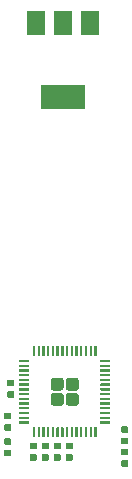
<source format=gbr>
G04 #@! TF.GenerationSoftware,KiCad,Pcbnew,5.1.5+dfsg1-2build2*
G04 #@! TF.CreationDate,2023-02-25T19:10:51+00:00*
G04 #@! TF.ProjectId,video-ram-replacement,76696465-6f2d-4726-916d-2d7265706c61,rev?*
G04 #@! TF.SameCoordinates,Original*
G04 #@! TF.FileFunction,Paste,Top*
G04 #@! TF.FilePolarity,Positive*
%FSLAX46Y46*%
G04 Gerber Fmt 4.6, Leading zero omitted, Abs format (unit mm)*
G04 Created by KiCad (PCBNEW 5.1.5+dfsg1-2build2) date 2023-02-25 19:10:51*
%MOMM*%
%LPD*%
G04 APERTURE LIST*
%ADD10C,0.150000*%
%ADD11R,1.500000X2.000000*%
%ADD12R,3.800000X2.000000*%
G04 APERTURE END LIST*
D10*
G36*
X107117722Y-122811674D02*
G01*
X107131313Y-122813690D01*
X107144640Y-122817028D01*
X107157576Y-122821657D01*
X107169996Y-122827531D01*
X107181780Y-122834594D01*
X107192815Y-122842779D01*
X107202995Y-122852005D01*
X107212221Y-122862185D01*
X107220406Y-122873220D01*
X107227469Y-122885004D01*
X107233343Y-122897424D01*
X107237972Y-122910360D01*
X107241310Y-122923687D01*
X107243326Y-122937278D01*
X107244000Y-122951000D01*
X107244000Y-123231000D01*
X107243326Y-123244722D01*
X107241310Y-123258313D01*
X107237972Y-123271640D01*
X107233343Y-123284576D01*
X107227469Y-123296996D01*
X107220406Y-123308780D01*
X107212221Y-123319815D01*
X107202995Y-123329995D01*
X107192815Y-123339221D01*
X107181780Y-123347406D01*
X107169996Y-123354469D01*
X107157576Y-123360343D01*
X107144640Y-123364972D01*
X107131313Y-123368310D01*
X107117722Y-123370326D01*
X107104000Y-123371000D01*
X106764000Y-123371000D01*
X106750278Y-123370326D01*
X106736687Y-123368310D01*
X106723360Y-123364972D01*
X106710424Y-123360343D01*
X106698004Y-123354469D01*
X106686220Y-123347406D01*
X106675185Y-123339221D01*
X106665005Y-123329995D01*
X106655779Y-123319815D01*
X106647594Y-123308780D01*
X106640531Y-123296996D01*
X106634657Y-123284576D01*
X106630028Y-123271640D01*
X106626690Y-123258313D01*
X106624674Y-123244722D01*
X106624000Y-123231000D01*
X106624000Y-122951000D01*
X106624674Y-122937278D01*
X106626690Y-122923687D01*
X106630028Y-122910360D01*
X106634657Y-122897424D01*
X106640531Y-122885004D01*
X106647594Y-122873220D01*
X106655779Y-122862185D01*
X106665005Y-122852005D01*
X106675185Y-122842779D01*
X106686220Y-122834594D01*
X106698004Y-122827531D01*
X106710424Y-122821657D01*
X106723360Y-122817028D01*
X106736687Y-122813690D01*
X106750278Y-122811674D01*
X106764000Y-122811000D01*
X107104000Y-122811000D01*
X107117722Y-122811674D01*
G37*
G36*
X107117722Y-123771674D02*
G01*
X107131313Y-123773690D01*
X107144640Y-123777028D01*
X107157576Y-123781657D01*
X107169996Y-123787531D01*
X107181780Y-123794594D01*
X107192815Y-123802779D01*
X107202995Y-123812005D01*
X107212221Y-123822185D01*
X107220406Y-123833220D01*
X107227469Y-123845004D01*
X107233343Y-123857424D01*
X107237972Y-123870360D01*
X107241310Y-123883687D01*
X107243326Y-123897278D01*
X107244000Y-123911000D01*
X107244000Y-124191000D01*
X107243326Y-124204722D01*
X107241310Y-124218313D01*
X107237972Y-124231640D01*
X107233343Y-124244576D01*
X107227469Y-124256996D01*
X107220406Y-124268780D01*
X107212221Y-124279815D01*
X107202995Y-124289995D01*
X107192815Y-124299221D01*
X107181780Y-124307406D01*
X107169996Y-124314469D01*
X107157576Y-124320343D01*
X107144640Y-124324972D01*
X107131313Y-124328310D01*
X107117722Y-124330326D01*
X107104000Y-124331000D01*
X106764000Y-124331000D01*
X106750278Y-124330326D01*
X106736687Y-124328310D01*
X106723360Y-124324972D01*
X106710424Y-124320343D01*
X106698004Y-124314469D01*
X106686220Y-124307406D01*
X106675185Y-124299221D01*
X106665005Y-124289995D01*
X106655779Y-124279815D01*
X106647594Y-124268780D01*
X106640531Y-124256996D01*
X106634657Y-124244576D01*
X106630028Y-124231640D01*
X106626690Y-124218313D01*
X106624674Y-124204722D01*
X106624000Y-124191000D01*
X106624000Y-123911000D01*
X106624674Y-123897278D01*
X106626690Y-123883687D01*
X106630028Y-123870360D01*
X106634657Y-123857424D01*
X106640531Y-123845004D01*
X106647594Y-123833220D01*
X106655779Y-123822185D01*
X106665005Y-123812005D01*
X106675185Y-123802779D01*
X106686220Y-123794594D01*
X106698004Y-123787531D01*
X106710424Y-123781657D01*
X106723360Y-123777028D01*
X106736687Y-123773690D01*
X106750278Y-123771674D01*
X106764000Y-123771000D01*
X107104000Y-123771000D01*
X107117722Y-123771674D01*
G37*
G36*
X99370722Y-123263674D02*
G01*
X99384313Y-123265690D01*
X99397640Y-123269028D01*
X99410576Y-123273657D01*
X99422996Y-123279531D01*
X99434780Y-123286594D01*
X99445815Y-123294779D01*
X99455995Y-123304005D01*
X99465221Y-123314185D01*
X99473406Y-123325220D01*
X99480469Y-123337004D01*
X99486343Y-123349424D01*
X99490972Y-123362360D01*
X99494310Y-123375687D01*
X99496326Y-123389278D01*
X99497000Y-123403000D01*
X99497000Y-123683000D01*
X99496326Y-123696722D01*
X99494310Y-123710313D01*
X99490972Y-123723640D01*
X99486343Y-123736576D01*
X99480469Y-123748996D01*
X99473406Y-123760780D01*
X99465221Y-123771815D01*
X99455995Y-123781995D01*
X99445815Y-123791221D01*
X99434780Y-123799406D01*
X99422996Y-123806469D01*
X99410576Y-123812343D01*
X99397640Y-123816972D01*
X99384313Y-123820310D01*
X99370722Y-123822326D01*
X99357000Y-123823000D01*
X99017000Y-123823000D01*
X99003278Y-123822326D01*
X98989687Y-123820310D01*
X98976360Y-123816972D01*
X98963424Y-123812343D01*
X98951004Y-123806469D01*
X98939220Y-123799406D01*
X98928185Y-123791221D01*
X98918005Y-123781995D01*
X98908779Y-123771815D01*
X98900594Y-123760780D01*
X98893531Y-123748996D01*
X98887657Y-123736576D01*
X98883028Y-123723640D01*
X98879690Y-123710313D01*
X98877674Y-123696722D01*
X98877000Y-123683000D01*
X98877000Y-123403000D01*
X98877674Y-123389278D01*
X98879690Y-123375687D01*
X98883028Y-123362360D01*
X98887657Y-123349424D01*
X98893531Y-123337004D01*
X98900594Y-123325220D01*
X98908779Y-123314185D01*
X98918005Y-123304005D01*
X98928185Y-123294779D01*
X98939220Y-123286594D01*
X98951004Y-123279531D01*
X98963424Y-123273657D01*
X98976360Y-123269028D01*
X98989687Y-123265690D01*
X99003278Y-123263674D01*
X99017000Y-123263000D01*
X99357000Y-123263000D01*
X99370722Y-123263674D01*
G37*
G36*
X99370722Y-122303674D02*
G01*
X99384313Y-122305690D01*
X99397640Y-122309028D01*
X99410576Y-122313657D01*
X99422996Y-122319531D01*
X99434780Y-122326594D01*
X99445815Y-122334779D01*
X99455995Y-122344005D01*
X99465221Y-122354185D01*
X99473406Y-122365220D01*
X99480469Y-122377004D01*
X99486343Y-122389424D01*
X99490972Y-122402360D01*
X99494310Y-122415687D01*
X99496326Y-122429278D01*
X99497000Y-122443000D01*
X99497000Y-122723000D01*
X99496326Y-122736722D01*
X99494310Y-122750313D01*
X99490972Y-122763640D01*
X99486343Y-122776576D01*
X99480469Y-122788996D01*
X99473406Y-122800780D01*
X99465221Y-122811815D01*
X99455995Y-122821995D01*
X99445815Y-122831221D01*
X99434780Y-122839406D01*
X99422996Y-122846469D01*
X99410576Y-122852343D01*
X99397640Y-122856972D01*
X99384313Y-122860310D01*
X99370722Y-122862326D01*
X99357000Y-122863000D01*
X99017000Y-122863000D01*
X99003278Y-122862326D01*
X98989687Y-122860310D01*
X98976360Y-122856972D01*
X98963424Y-122852343D01*
X98951004Y-122846469D01*
X98939220Y-122839406D01*
X98928185Y-122831221D01*
X98918005Y-122821995D01*
X98908779Y-122811815D01*
X98900594Y-122800780D01*
X98893531Y-122788996D01*
X98887657Y-122776576D01*
X98883028Y-122763640D01*
X98879690Y-122750313D01*
X98877674Y-122736722D01*
X98877000Y-122723000D01*
X98877000Y-122443000D01*
X98877674Y-122429278D01*
X98879690Y-122415687D01*
X98883028Y-122402360D01*
X98887657Y-122389424D01*
X98893531Y-122377004D01*
X98900594Y-122365220D01*
X98908779Y-122354185D01*
X98918005Y-122344005D01*
X98928185Y-122334779D01*
X98939220Y-122326594D01*
X98951004Y-122319531D01*
X98963424Y-122313657D01*
X98976360Y-122309028D01*
X98989687Y-122305690D01*
X99003278Y-122303674D01*
X99017000Y-122303000D01*
X99357000Y-122303000D01*
X99370722Y-122303674D01*
G37*
G36*
X100386722Y-123263674D02*
G01*
X100400313Y-123265690D01*
X100413640Y-123269028D01*
X100426576Y-123273657D01*
X100438996Y-123279531D01*
X100450780Y-123286594D01*
X100461815Y-123294779D01*
X100471995Y-123304005D01*
X100481221Y-123314185D01*
X100489406Y-123325220D01*
X100496469Y-123337004D01*
X100502343Y-123349424D01*
X100506972Y-123362360D01*
X100510310Y-123375687D01*
X100512326Y-123389278D01*
X100513000Y-123403000D01*
X100513000Y-123683000D01*
X100512326Y-123696722D01*
X100510310Y-123710313D01*
X100506972Y-123723640D01*
X100502343Y-123736576D01*
X100496469Y-123748996D01*
X100489406Y-123760780D01*
X100481221Y-123771815D01*
X100471995Y-123781995D01*
X100461815Y-123791221D01*
X100450780Y-123799406D01*
X100438996Y-123806469D01*
X100426576Y-123812343D01*
X100413640Y-123816972D01*
X100400313Y-123820310D01*
X100386722Y-123822326D01*
X100373000Y-123823000D01*
X100033000Y-123823000D01*
X100019278Y-123822326D01*
X100005687Y-123820310D01*
X99992360Y-123816972D01*
X99979424Y-123812343D01*
X99967004Y-123806469D01*
X99955220Y-123799406D01*
X99944185Y-123791221D01*
X99934005Y-123781995D01*
X99924779Y-123771815D01*
X99916594Y-123760780D01*
X99909531Y-123748996D01*
X99903657Y-123736576D01*
X99899028Y-123723640D01*
X99895690Y-123710313D01*
X99893674Y-123696722D01*
X99893000Y-123683000D01*
X99893000Y-123403000D01*
X99893674Y-123389278D01*
X99895690Y-123375687D01*
X99899028Y-123362360D01*
X99903657Y-123349424D01*
X99909531Y-123337004D01*
X99916594Y-123325220D01*
X99924779Y-123314185D01*
X99934005Y-123304005D01*
X99944185Y-123294779D01*
X99955220Y-123286594D01*
X99967004Y-123279531D01*
X99979424Y-123273657D01*
X99992360Y-123269028D01*
X100005687Y-123265690D01*
X100019278Y-123263674D01*
X100033000Y-123263000D01*
X100373000Y-123263000D01*
X100386722Y-123263674D01*
G37*
G36*
X100386722Y-122303674D02*
G01*
X100400313Y-122305690D01*
X100413640Y-122309028D01*
X100426576Y-122313657D01*
X100438996Y-122319531D01*
X100450780Y-122326594D01*
X100461815Y-122334779D01*
X100471995Y-122344005D01*
X100481221Y-122354185D01*
X100489406Y-122365220D01*
X100496469Y-122377004D01*
X100502343Y-122389424D01*
X100506972Y-122402360D01*
X100510310Y-122415687D01*
X100512326Y-122429278D01*
X100513000Y-122443000D01*
X100513000Y-122723000D01*
X100512326Y-122736722D01*
X100510310Y-122750313D01*
X100506972Y-122763640D01*
X100502343Y-122776576D01*
X100496469Y-122788996D01*
X100489406Y-122800780D01*
X100481221Y-122811815D01*
X100471995Y-122821995D01*
X100461815Y-122831221D01*
X100450780Y-122839406D01*
X100438996Y-122846469D01*
X100426576Y-122852343D01*
X100413640Y-122856972D01*
X100400313Y-122860310D01*
X100386722Y-122862326D01*
X100373000Y-122863000D01*
X100033000Y-122863000D01*
X100019278Y-122862326D01*
X100005687Y-122860310D01*
X99992360Y-122856972D01*
X99979424Y-122852343D01*
X99967004Y-122846469D01*
X99955220Y-122839406D01*
X99944185Y-122831221D01*
X99934005Y-122821995D01*
X99924779Y-122811815D01*
X99916594Y-122800780D01*
X99909531Y-122788996D01*
X99903657Y-122776576D01*
X99899028Y-122763640D01*
X99895690Y-122750313D01*
X99893674Y-122736722D01*
X99893000Y-122723000D01*
X99893000Y-122443000D01*
X99893674Y-122429278D01*
X99895690Y-122415687D01*
X99899028Y-122402360D01*
X99903657Y-122389424D01*
X99909531Y-122377004D01*
X99916594Y-122365220D01*
X99924779Y-122354185D01*
X99934005Y-122344005D01*
X99944185Y-122334779D01*
X99955220Y-122326594D01*
X99967004Y-122319531D01*
X99979424Y-122313657D01*
X99992360Y-122309028D01*
X100005687Y-122305690D01*
X100019278Y-122303674D01*
X100033000Y-122303000D01*
X100373000Y-122303000D01*
X100386722Y-122303674D01*
G37*
D11*
X104027000Y-86766000D03*
X99427000Y-86766000D03*
X101727000Y-86766000D03*
D12*
X101727000Y-93066000D03*
D10*
G36*
X102808221Y-118079487D02*
G01*
X102832490Y-118083087D01*
X102856288Y-118089048D01*
X102879388Y-118097313D01*
X102901566Y-118107803D01*
X102922610Y-118120416D01*
X102942315Y-118135030D01*
X102960494Y-118151506D01*
X102976970Y-118169685D01*
X102991584Y-118189390D01*
X103004197Y-118210434D01*
X103014687Y-118232612D01*
X103022952Y-118255712D01*
X103028913Y-118279510D01*
X103032513Y-118303779D01*
X103033717Y-118328283D01*
X103033717Y-118912717D01*
X103032513Y-118937221D01*
X103028913Y-118961490D01*
X103022952Y-118985288D01*
X103014687Y-119008388D01*
X103004197Y-119030566D01*
X102991584Y-119051610D01*
X102976970Y-119071315D01*
X102960494Y-119089494D01*
X102942315Y-119105970D01*
X102922610Y-119120584D01*
X102901566Y-119133197D01*
X102879388Y-119143687D01*
X102856288Y-119151952D01*
X102832490Y-119157913D01*
X102808221Y-119161513D01*
X102783717Y-119162717D01*
X102199283Y-119162717D01*
X102174779Y-119161513D01*
X102150510Y-119157913D01*
X102126712Y-119151952D01*
X102103612Y-119143687D01*
X102081434Y-119133197D01*
X102060390Y-119120584D01*
X102040685Y-119105970D01*
X102022506Y-119089494D01*
X102006030Y-119071315D01*
X101991416Y-119051610D01*
X101978803Y-119030566D01*
X101968313Y-119008388D01*
X101960048Y-118985288D01*
X101954087Y-118961490D01*
X101950487Y-118937221D01*
X101949283Y-118912717D01*
X101949283Y-118328283D01*
X101950487Y-118303779D01*
X101954087Y-118279510D01*
X101960048Y-118255712D01*
X101968313Y-118232612D01*
X101978803Y-118210434D01*
X101991416Y-118189390D01*
X102006030Y-118169685D01*
X102022506Y-118151506D01*
X102040685Y-118135030D01*
X102060390Y-118120416D01*
X102081434Y-118107803D01*
X102103612Y-118097313D01*
X102126712Y-118089048D01*
X102150510Y-118083087D01*
X102174779Y-118079487D01*
X102199283Y-118078283D01*
X102783717Y-118078283D01*
X102808221Y-118079487D01*
G37*
G36*
X102808221Y-116804487D02*
G01*
X102832490Y-116808087D01*
X102856288Y-116814048D01*
X102879388Y-116822313D01*
X102901566Y-116832803D01*
X102922610Y-116845416D01*
X102942315Y-116860030D01*
X102960494Y-116876506D01*
X102976970Y-116894685D01*
X102991584Y-116914390D01*
X103004197Y-116935434D01*
X103014687Y-116957612D01*
X103022952Y-116980712D01*
X103028913Y-117004510D01*
X103032513Y-117028779D01*
X103033717Y-117053283D01*
X103033717Y-117637717D01*
X103032513Y-117662221D01*
X103028913Y-117686490D01*
X103022952Y-117710288D01*
X103014687Y-117733388D01*
X103004197Y-117755566D01*
X102991584Y-117776610D01*
X102976970Y-117796315D01*
X102960494Y-117814494D01*
X102942315Y-117830970D01*
X102922610Y-117845584D01*
X102901566Y-117858197D01*
X102879388Y-117868687D01*
X102856288Y-117876952D01*
X102832490Y-117882913D01*
X102808221Y-117886513D01*
X102783717Y-117887717D01*
X102199283Y-117887717D01*
X102174779Y-117886513D01*
X102150510Y-117882913D01*
X102126712Y-117876952D01*
X102103612Y-117868687D01*
X102081434Y-117858197D01*
X102060390Y-117845584D01*
X102040685Y-117830970D01*
X102022506Y-117814494D01*
X102006030Y-117796315D01*
X101991416Y-117776610D01*
X101978803Y-117755566D01*
X101968313Y-117733388D01*
X101960048Y-117710288D01*
X101954087Y-117686490D01*
X101950487Y-117662221D01*
X101949283Y-117637717D01*
X101949283Y-117053283D01*
X101950487Y-117028779D01*
X101954087Y-117004510D01*
X101960048Y-116980712D01*
X101968313Y-116957612D01*
X101978803Y-116935434D01*
X101991416Y-116914390D01*
X102006030Y-116894685D01*
X102022506Y-116876506D01*
X102040685Y-116860030D01*
X102060390Y-116845416D01*
X102081434Y-116832803D01*
X102103612Y-116822313D01*
X102126712Y-116814048D01*
X102150510Y-116808087D01*
X102174779Y-116804487D01*
X102199283Y-116803283D01*
X102783717Y-116803283D01*
X102808221Y-116804487D01*
G37*
G36*
X101533221Y-118079487D02*
G01*
X101557490Y-118083087D01*
X101581288Y-118089048D01*
X101604388Y-118097313D01*
X101626566Y-118107803D01*
X101647610Y-118120416D01*
X101667315Y-118135030D01*
X101685494Y-118151506D01*
X101701970Y-118169685D01*
X101716584Y-118189390D01*
X101729197Y-118210434D01*
X101739687Y-118232612D01*
X101747952Y-118255712D01*
X101753913Y-118279510D01*
X101757513Y-118303779D01*
X101758717Y-118328283D01*
X101758717Y-118912717D01*
X101757513Y-118937221D01*
X101753913Y-118961490D01*
X101747952Y-118985288D01*
X101739687Y-119008388D01*
X101729197Y-119030566D01*
X101716584Y-119051610D01*
X101701970Y-119071315D01*
X101685494Y-119089494D01*
X101667315Y-119105970D01*
X101647610Y-119120584D01*
X101626566Y-119133197D01*
X101604388Y-119143687D01*
X101581288Y-119151952D01*
X101557490Y-119157913D01*
X101533221Y-119161513D01*
X101508717Y-119162717D01*
X100924283Y-119162717D01*
X100899779Y-119161513D01*
X100875510Y-119157913D01*
X100851712Y-119151952D01*
X100828612Y-119143687D01*
X100806434Y-119133197D01*
X100785390Y-119120584D01*
X100765685Y-119105970D01*
X100747506Y-119089494D01*
X100731030Y-119071315D01*
X100716416Y-119051610D01*
X100703803Y-119030566D01*
X100693313Y-119008388D01*
X100685048Y-118985288D01*
X100679087Y-118961490D01*
X100675487Y-118937221D01*
X100674283Y-118912717D01*
X100674283Y-118328283D01*
X100675487Y-118303779D01*
X100679087Y-118279510D01*
X100685048Y-118255712D01*
X100693313Y-118232612D01*
X100703803Y-118210434D01*
X100716416Y-118189390D01*
X100731030Y-118169685D01*
X100747506Y-118151506D01*
X100765685Y-118135030D01*
X100785390Y-118120416D01*
X100806434Y-118107803D01*
X100828612Y-118097313D01*
X100851712Y-118089048D01*
X100875510Y-118083087D01*
X100899779Y-118079487D01*
X100924283Y-118078283D01*
X101508717Y-118078283D01*
X101533221Y-118079487D01*
G37*
G36*
X101533221Y-116804487D02*
G01*
X101557490Y-116808087D01*
X101581288Y-116814048D01*
X101604388Y-116822313D01*
X101626566Y-116832803D01*
X101647610Y-116845416D01*
X101667315Y-116860030D01*
X101685494Y-116876506D01*
X101701970Y-116894685D01*
X101716584Y-116914390D01*
X101729197Y-116935434D01*
X101739687Y-116957612D01*
X101747952Y-116980712D01*
X101753913Y-117004510D01*
X101757513Y-117028779D01*
X101758717Y-117053283D01*
X101758717Y-117637717D01*
X101757513Y-117662221D01*
X101753913Y-117686490D01*
X101747952Y-117710288D01*
X101739687Y-117733388D01*
X101729197Y-117755566D01*
X101716584Y-117776610D01*
X101701970Y-117796315D01*
X101685494Y-117814494D01*
X101667315Y-117830970D01*
X101647610Y-117845584D01*
X101626566Y-117858197D01*
X101604388Y-117868687D01*
X101581288Y-117876952D01*
X101557490Y-117882913D01*
X101533221Y-117886513D01*
X101508717Y-117887717D01*
X100924283Y-117887717D01*
X100899779Y-117886513D01*
X100875510Y-117882913D01*
X100851712Y-117876952D01*
X100828612Y-117868687D01*
X100806434Y-117858197D01*
X100785390Y-117845584D01*
X100765685Y-117830970D01*
X100747506Y-117814494D01*
X100731030Y-117796315D01*
X100716416Y-117776610D01*
X100703803Y-117755566D01*
X100693313Y-117733388D01*
X100685048Y-117710288D01*
X100679087Y-117686490D01*
X100675487Y-117662221D01*
X100674283Y-117637717D01*
X100674283Y-117053283D01*
X100675487Y-117028779D01*
X100679087Y-117004510D01*
X100685048Y-116980712D01*
X100693313Y-116957612D01*
X100703803Y-116935434D01*
X100716416Y-116914390D01*
X100731030Y-116894685D01*
X100747506Y-116876506D01*
X100765685Y-116860030D01*
X100785390Y-116845416D01*
X100806434Y-116832803D01*
X100828612Y-116822313D01*
X100851712Y-116814048D01*
X100875510Y-116808087D01*
X100899779Y-116804487D01*
X100924283Y-116803283D01*
X101508717Y-116803283D01*
X101533221Y-116804487D01*
G37*
G36*
X105683901Y-120483241D02*
G01*
X105688755Y-120483961D01*
X105693514Y-120485153D01*
X105698134Y-120486806D01*
X105702570Y-120488904D01*
X105706779Y-120491427D01*
X105710720Y-120494349D01*
X105714355Y-120497645D01*
X105717651Y-120501280D01*
X105720573Y-120505221D01*
X105723096Y-120509430D01*
X105725194Y-120513866D01*
X105726847Y-120518486D01*
X105728039Y-120523245D01*
X105728759Y-120528099D01*
X105729000Y-120533000D01*
X105729000Y-120633000D01*
X105728759Y-120637901D01*
X105728039Y-120642755D01*
X105726847Y-120647514D01*
X105725194Y-120652134D01*
X105723096Y-120656570D01*
X105720573Y-120660779D01*
X105717651Y-120664720D01*
X105714355Y-120668355D01*
X105710720Y-120671651D01*
X105706779Y-120674573D01*
X105702570Y-120677096D01*
X105698134Y-120679194D01*
X105693514Y-120680847D01*
X105688755Y-120682039D01*
X105683901Y-120682759D01*
X105679000Y-120683000D01*
X104904000Y-120683000D01*
X104899099Y-120682759D01*
X104894245Y-120682039D01*
X104889486Y-120680847D01*
X104884866Y-120679194D01*
X104880430Y-120677096D01*
X104876221Y-120674573D01*
X104872280Y-120671651D01*
X104868645Y-120668355D01*
X104865349Y-120664720D01*
X104862427Y-120660779D01*
X104859904Y-120656570D01*
X104857806Y-120652134D01*
X104856153Y-120647514D01*
X104854961Y-120642755D01*
X104854241Y-120637901D01*
X104854000Y-120633000D01*
X104854000Y-120533000D01*
X104854241Y-120528099D01*
X104854961Y-120523245D01*
X104856153Y-120518486D01*
X104857806Y-120513866D01*
X104859904Y-120509430D01*
X104862427Y-120505221D01*
X104865349Y-120501280D01*
X104868645Y-120497645D01*
X104872280Y-120494349D01*
X104876221Y-120491427D01*
X104880430Y-120488904D01*
X104884866Y-120486806D01*
X104889486Y-120485153D01*
X104894245Y-120483961D01*
X104899099Y-120483241D01*
X104904000Y-120483000D01*
X105679000Y-120483000D01*
X105683901Y-120483241D01*
G37*
G36*
X105683901Y-120083241D02*
G01*
X105688755Y-120083961D01*
X105693514Y-120085153D01*
X105698134Y-120086806D01*
X105702570Y-120088904D01*
X105706779Y-120091427D01*
X105710720Y-120094349D01*
X105714355Y-120097645D01*
X105717651Y-120101280D01*
X105720573Y-120105221D01*
X105723096Y-120109430D01*
X105725194Y-120113866D01*
X105726847Y-120118486D01*
X105728039Y-120123245D01*
X105728759Y-120128099D01*
X105729000Y-120133000D01*
X105729000Y-120233000D01*
X105728759Y-120237901D01*
X105728039Y-120242755D01*
X105726847Y-120247514D01*
X105725194Y-120252134D01*
X105723096Y-120256570D01*
X105720573Y-120260779D01*
X105717651Y-120264720D01*
X105714355Y-120268355D01*
X105710720Y-120271651D01*
X105706779Y-120274573D01*
X105702570Y-120277096D01*
X105698134Y-120279194D01*
X105693514Y-120280847D01*
X105688755Y-120282039D01*
X105683901Y-120282759D01*
X105679000Y-120283000D01*
X104904000Y-120283000D01*
X104899099Y-120282759D01*
X104894245Y-120282039D01*
X104889486Y-120280847D01*
X104884866Y-120279194D01*
X104880430Y-120277096D01*
X104876221Y-120274573D01*
X104872280Y-120271651D01*
X104868645Y-120268355D01*
X104865349Y-120264720D01*
X104862427Y-120260779D01*
X104859904Y-120256570D01*
X104857806Y-120252134D01*
X104856153Y-120247514D01*
X104854961Y-120242755D01*
X104854241Y-120237901D01*
X104854000Y-120233000D01*
X104854000Y-120133000D01*
X104854241Y-120128099D01*
X104854961Y-120123245D01*
X104856153Y-120118486D01*
X104857806Y-120113866D01*
X104859904Y-120109430D01*
X104862427Y-120105221D01*
X104865349Y-120101280D01*
X104868645Y-120097645D01*
X104872280Y-120094349D01*
X104876221Y-120091427D01*
X104880430Y-120088904D01*
X104884866Y-120086806D01*
X104889486Y-120085153D01*
X104894245Y-120083961D01*
X104899099Y-120083241D01*
X104904000Y-120083000D01*
X105679000Y-120083000D01*
X105683901Y-120083241D01*
G37*
G36*
X105683901Y-119683241D02*
G01*
X105688755Y-119683961D01*
X105693514Y-119685153D01*
X105698134Y-119686806D01*
X105702570Y-119688904D01*
X105706779Y-119691427D01*
X105710720Y-119694349D01*
X105714355Y-119697645D01*
X105717651Y-119701280D01*
X105720573Y-119705221D01*
X105723096Y-119709430D01*
X105725194Y-119713866D01*
X105726847Y-119718486D01*
X105728039Y-119723245D01*
X105728759Y-119728099D01*
X105729000Y-119733000D01*
X105729000Y-119833000D01*
X105728759Y-119837901D01*
X105728039Y-119842755D01*
X105726847Y-119847514D01*
X105725194Y-119852134D01*
X105723096Y-119856570D01*
X105720573Y-119860779D01*
X105717651Y-119864720D01*
X105714355Y-119868355D01*
X105710720Y-119871651D01*
X105706779Y-119874573D01*
X105702570Y-119877096D01*
X105698134Y-119879194D01*
X105693514Y-119880847D01*
X105688755Y-119882039D01*
X105683901Y-119882759D01*
X105679000Y-119883000D01*
X104904000Y-119883000D01*
X104899099Y-119882759D01*
X104894245Y-119882039D01*
X104889486Y-119880847D01*
X104884866Y-119879194D01*
X104880430Y-119877096D01*
X104876221Y-119874573D01*
X104872280Y-119871651D01*
X104868645Y-119868355D01*
X104865349Y-119864720D01*
X104862427Y-119860779D01*
X104859904Y-119856570D01*
X104857806Y-119852134D01*
X104856153Y-119847514D01*
X104854961Y-119842755D01*
X104854241Y-119837901D01*
X104854000Y-119833000D01*
X104854000Y-119733000D01*
X104854241Y-119728099D01*
X104854961Y-119723245D01*
X104856153Y-119718486D01*
X104857806Y-119713866D01*
X104859904Y-119709430D01*
X104862427Y-119705221D01*
X104865349Y-119701280D01*
X104868645Y-119697645D01*
X104872280Y-119694349D01*
X104876221Y-119691427D01*
X104880430Y-119688904D01*
X104884866Y-119686806D01*
X104889486Y-119685153D01*
X104894245Y-119683961D01*
X104899099Y-119683241D01*
X104904000Y-119683000D01*
X105679000Y-119683000D01*
X105683901Y-119683241D01*
G37*
G36*
X105683901Y-119283241D02*
G01*
X105688755Y-119283961D01*
X105693514Y-119285153D01*
X105698134Y-119286806D01*
X105702570Y-119288904D01*
X105706779Y-119291427D01*
X105710720Y-119294349D01*
X105714355Y-119297645D01*
X105717651Y-119301280D01*
X105720573Y-119305221D01*
X105723096Y-119309430D01*
X105725194Y-119313866D01*
X105726847Y-119318486D01*
X105728039Y-119323245D01*
X105728759Y-119328099D01*
X105729000Y-119333000D01*
X105729000Y-119433000D01*
X105728759Y-119437901D01*
X105728039Y-119442755D01*
X105726847Y-119447514D01*
X105725194Y-119452134D01*
X105723096Y-119456570D01*
X105720573Y-119460779D01*
X105717651Y-119464720D01*
X105714355Y-119468355D01*
X105710720Y-119471651D01*
X105706779Y-119474573D01*
X105702570Y-119477096D01*
X105698134Y-119479194D01*
X105693514Y-119480847D01*
X105688755Y-119482039D01*
X105683901Y-119482759D01*
X105679000Y-119483000D01*
X104904000Y-119483000D01*
X104899099Y-119482759D01*
X104894245Y-119482039D01*
X104889486Y-119480847D01*
X104884866Y-119479194D01*
X104880430Y-119477096D01*
X104876221Y-119474573D01*
X104872280Y-119471651D01*
X104868645Y-119468355D01*
X104865349Y-119464720D01*
X104862427Y-119460779D01*
X104859904Y-119456570D01*
X104857806Y-119452134D01*
X104856153Y-119447514D01*
X104854961Y-119442755D01*
X104854241Y-119437901D01*
X104854000Y-119433000D01*
X104854000Y-119333000D01*
X104854241Y-119328099D01*
X104854961Y-119323245D01*
X104856153Y-119318486D01*
X104857806Y-119313866D01*
X104859904Y-119309430D01*
X104862427Y-119305221D01*
X104865349Y-119301280D01*
X104868645Y-119297645D01*
X104872280Y-119294349D01*
X104876221Y-119291427D01*
X104880430Y-119288904D01*
X104884866Y-119286806D01*
X104889486Y-119285153D01*
X104894245Y-119283961D01*
X104899099Y-119283241D01*
X104904000Y-119283000D01*
X105679000Y-119283000D01*
X105683901Y-119283241D01*
G37*
G36*
X105683901Y-118883241D02*
G01*
X105688755Y-118883961D01*
X105693514Y-118885153D01*
X105698134Y-118886806D01*
X105702570Y-118888904D01*
X105706779Y-118891427D01*
X105710720Y-118894349D01*
X105714355Y-118897645D01*
X105717651Y-118901280D01*
X105720573Y-118905221D01*
X105723096Y-118909430D01*
X105725194Y-118913866D01*
X105726847Y-118918486D01*
X105728039Y-118923245D01*
X105728759Y-118928099D01*
X105729000Y-118933000D01*
X105729000Y-119033000D01*
X105728759Y-119037901D01*
X105728039Y-119042755D01*
X105726847Y-119047514D01*
X105725194Y-119052134D01*
X105723096Y-119056570D01*
X105720573Y-119060779D01*
X105717651Y-119064720D01*
X105714355Y-119068355D01*
X105710720Y-119071651D01*
X105706779Y-119074573D01*
X105702570Y-119077096D01*
X105698134Y-119079194D01*
X105693514Y-119080847D01*
X105688755Y-119082039D01*
X105683901Y-119082759D01*
X105679000Y-119083000D01*
X104904000Y-119083000D01*
X104899099Y-119082759D01*
X104894245Y-119082039D01*
X104889486Y-119080847D01*
X104884866Y-119079194D01*
X104880430Y-119077096D01*
X104876221Y-119074573D01*
X104872280Y-119071651D01*
X104868645Y-119068355D01*
X104865349Y-119064720D01*
X104862427Y-119060779D01*
X104859904Y-119056570D01*
X104857806Y-119052134D01*
X104856153Y-119047514D01*
X104854961Y-119042755D01*
X104854241Y-119037901D01*
X104854000Y-119033000D01*
X104854000Y-118933000D01*
X104854241Y-118928099D01*
X104854961Y-118923245D01*
X104856153Y-118918486D01*
X104857806Y-118913866D01*
X104859904Y-118909430D01*
X104862427Y-118905221D01*
X104865349Y-118901280D01*
X104868645Y-118897645D01*
X104872280Y-118894349D01*
X104876221Y-118891427D01*
X104880430Y-118888904D01*
X104884866Y-118886806D01*
X104889486Y-118885153D01*
X104894245Y-118883961D01*
X104899099Y-118883241D01*
X104904000Y-118883000D01*
X105679000Y-118883000D01*
X105683901Y-118883241D01*
G37*
G36*
X105683901Y-118483241D02*
G01*
X105688755Y-118483961D01*
X105693514Y-118485153D01*
X105698134Y-118486806D01*
X105702570Y-118488904D01*
X105706779Y-118491427D01*
X105710720Y-118494349D01*
X105714355Y-118497645D01*
X105717651Y-118501280D01*
X105720573Y-118505221D01*
X105723096Y-118509430D01*
X105725194Y-118513866D01*
X105726847Y-118518486D01*
X105728039Y-118523245D01*
X105728759Y-118528099D01*
X105729000Y-118533000D01*
X105729000Y-118633000D01*
X105728759Y-118637901D01*
X105728039Y-118642755D01*
X105726847Y-118647514D01*
X105725194Y-118652134D01*
X105723096Y-118656570D01*
X105720573Y-118660779D01*
X105717651Y-118664720D01*
X105714355Y-118668355D01*
X105710720Y-118671651D01*
X105706779Y-118674573D01*
X105702570Y-118677096D01*
X105698134Y-118679194D01*
X105693514Y-118680847D01*
X105688755Y-118682039D01*
X105683901Y-118682759D01*
X105679000Y-118683000D01*
X104904000Y-118683000D01*
X104899099Y-118682759D01*
X104894245Y-118682039D01*
X104889486Y-118680847D01*
X104884866Y-118679194D01*
X104880430Y-118677096D01*
X104876221Y-118674573D01*
X104872280Y-118671651D01*
X104868645Y-118668355D01*
X104865349Y-118664720D01*
X104862427Y-118660779D01*
X104859904Y-118656570D01*
X104857806Y-118652134D01*
X104856153Y-118647514D01*
X104854961Y-118642755D01*
X104854241Y-118637901D01*
X104854000Y-118633000D01*
X104854000Y-118533000D01*
X104854241Y-118528099D01*
X104854961Y-118523245D01*
X104856153Y-118518486D01*
X104857806Y-118513866D01*
X104859904Y-118509430D01*
X104862427Y-118505221D01*
X104865349Y-118501280D01*
X104868645Y-118497645D01*
X104872280Y-118494349D01*
X104876221Y-118491427D01*
X104880430Y-118488904D01*
X104884866Y-118486806D01*
X104889486Y-118485153D01*
X104894245Y-118483961D01*
X104899099Y-118483241D01*
X104904000Y-118483000D01*
X105679000Y-118483000D01*
X105683901Y-118483241D01*
G37*
G36*
X105683901Y-118083241D02*
G01*
X105688755Y-118083961D01*
X105693514Y-118085153D01*
X105698134Y-118086806D01*
X105702570Y-118088904D01*
X105706779Y-118091427D01*
X105710720Y-118094349D01*
X105714355Y-118097645D01*
X105717651Y-118101280D01*
X105720573Y-118105221D01*
X105723096Y-118109430D01*
X105725194Y-118113866D01*
X105726847Y-118118486D01*
X105728039Y-118123245D01*
X105728759Y-118128099D01*
X105729000Y-118133000D01*
X105729000Y-118233000D01*
X105728759Y-118237901D01*
X105728039Y-118242755D01*
X105726847Y-118247514D01*
X105725194Y-118252134D01*
X105723096Y-118256570D01*
X105720573Y-118260779D01*
X105717651Y-118264720D01*
X105714355Y-118268355D01*
X105710720Y-118271651D01*
X105706779Y-118274573D01*
X105702570Y-118277096D01*
X105698134Y-118279194D01*
X105693514Y-118280847D01*
X105688755Y-118282039D01*
X105683901Y-118282759D01*
X105679000Y-118283000D01*
X104904000Y-118283000D01*
X104899099Y-118282759D01*
X104894245Y-118282039D01*
X104889486Y-118280847D01*
X104884866Y-118279194D01*
X104880430Y-118277096D01*
X104876221Y-118274573D01*
X104872280Y-118271651D01*
X104868645Y-118268355D01*
X104865349Y-118264720D01*
X104862427Y-118260779D01*
X104859904Y-118256570D01*
X104857806Y-118252134D01*
X104856153Y-118247514D01*
X104854961Y-118242755D01*
X104854241Y-118237901D01*
X104854000Y-118233000D01*
X104854000Y-118133000D01*
X104854241Y-118128099D01*
X104854961Y-118123245D01*
X104856153Y-118118486D01*
X104857806Y-118113866D01*
X104859904Y-118109430D01*
X104862427Y-118105221D01*
X104865349Y-118101280D01*
X104868645Y-118097645D01*
X104872280Y-118094349D01*
X104876221Y-118091427D01*
X104880430Y-118088904D01*
X104884866Y-118086806D01*
X104889486Y-118085153D01*
X104894245Y-118083961D01*
X104899099Y-118083241D01*
X104904000Y-118083000D01*
X105679000Y-118083000D01*
X105683901Y-118083241D01*
G37*
G36*
X105683901Y-117683241D02*
G01*
X105688755Y-117683961D01*
X105693514Y-117685153D01*
X105698134Y-117686806D01*
X105702570Y-117688904D01*
X105706779Y-117691427D01*
X105710720Y-117694349D01*
X105714355Y-117697645D01*
X105717651Y-117701280D01*
X105720573Y-117705221D01*
X105723096Y-117709430D01*
X105725194Y-117713866D01*
X105726847Y-117718486D01*
X105728039Y-117723245D01*
X105728759Y-117728099D01*
X105729000Y-117733000D01*
X105729000Y-117833000D01*
X105728759Y-117837901D01*
X105728039Y-117842755D01*
X105726847Y-117847514D01*
X105725194Y-117852134D01*
X105723096Y-117856570D01*
X105720573Y-117860779D01*
X105717651Y-117864720D01*
X105714355Y-117868355D01*
X105710720Y-117871651D01*
X105706779Y-117874573D01*
X105702570Y-117877096D01*
X105698134Y-117879194D01*
X105693514Y-117880847D01*
X105688755Y-117882039D01*
X105683901Y-117882759D01*
X105679000Y-117883000D01*
X104904000Y-117883000D01*
X104899099Y-117882759D01*
X104894245Y-117882039D01*
X104889486Y-117880847D01*
X104884866Y-117879194D01*
X104880430Y-117877096D01*
X104876221Y-117874573D01*
X104872280Y-117871651D01*
X104868645Y-117868355D01*
X104865349Y-117864720D01*
X104862427Y-117860779D01*
X104859904Y-117856570D01*
X104857806Y-117852134D01*
X104856153Y-117847514D01*
X104854961Y-117842755D01*
X104854241Y-117837901D01*
X104854000Y-117833000D01*
X104854000Y-117733000D01*
X104854241Y-117728099D01*
X104854961Y-117723245D01*
X104856153Y-117718486D01*
X104857806Y-117713866D01*
X104859904Y-117709430D01*
X104862427Y-117705221D01*
X104865349Y-117701280D01*
X104868645Y-117697645D01*
X104872280Y-117694349D01*
X104876221Y-117691427D01*
X104880430Y-117688904D01*
X104884866Y-117686806D01*
X104889486Y-117685153D01*
X104894245Y-117683961D01*
X104899099Y-117683241D01*
X104904000Y-117683000D01*
X105679000Y-117683000D01*
X105683901Y-117683241D01*
G37*
G36*
X105683901Y-117283241D02*
G01*
X105688755Y-117283961D01*
X105693514Y-117285153D01*
X105698134Y-117286806D01*
X105702570Y-117288904D01*
X105706779Y-117291427D01*
X105710720Y-117294349D01*
X105714355Y-117297645D01*
X105717651Y-117301280D01*
X105720573Y-117305221D01*
X105723096Y-117309430D01*
X105725194Y-117313866D01*
X105726847Y-117318486D01*
X105728039Y-117323245D01*
X105728759Y-117328099D01*
X105729000Y-117333000D01*
X105729000Y-117433000D01*
X105728759Y-117437901D01*
X105728039Y-117442755D01*
X105726847Y-117447514D01*
X105725194Y-117452134D01*
X105723096Y-117456570D01*
X105720573Y-117460779D01*
X105717651Y-117464720D01*
X105714355Y-117468355D01*
X105710720Y-117471651D01*
X105706779Y-117474573D01*
X105702570Y-117477096D01*
X105698134Y-117479194D01*
X105693514Y-117480847D01*
X105688755Y-117482039D01*
X105683901Y-117482759D01*
X105679000Y-117483000D01*
X104904000Y-117483000D01*
X104899099Y-117482759D01*
X104894245Y-117482039D01*
X104889486Y-117480847D01*
X104884866Y-117479194D01*
X104880430Y-117477096D01*
X104876221Y-117474573D01*
X104872280Y-117471651D01*
X104868645Y-117468355D01*
X104865349Y-117464720D01*
X104862427Y-117460779D01*
X104859904Y-117456570D01*
X104857806Y-117452134D01*
X104856153Y-117447514D01*
X104854961Y-117442755D01*
X104854241Y-117437901D01*
X104854000Y-117433000D01*
X104854000Y-117333000D01*
X104854241Y-117328099D01*
X104854961Y-117323245D01*
X104856153Y-117318486D01*
X104857806Y-117313866D01*
X104859904Y-117309430D01*
X104862427Y-117305221D01*
X104865349Y-117301280D01*
X104868645Y-117297645D01*
X104872280Y-117294349D01*
X104876221Y-117291427D01*
X104880430Y-117288904D01*
X104884866Y-117286806D01*
X104889486Y-117285153D01*
X104894245Y-117283961D01*
X104899099Y-117283241D01*
X104904000Y-117283000D01*
X105679000Y-117283000D01*
X105683901Y-117283241D01*
G37*
G36*
X105683901Y-116883241D02*
G01*
X105688755Y-116883961D01*
X105693514Y-116885153D01*
X105698134Y-116886806D01*
X105702570Y-116888904D01*
X105706779Y-116891427D01*
X105710720Y-116894349D01*
X105714355Y-116897645D01*
X105717651Y-116901280D01*
X105720573Y-116905221D01*
X105723096Y-116909430D01*
X105725194Y-116913866D01*
X105726847Y-116918486D01*
X105728039Y-116923245D01*
X105728759Y-116928099D01*
X105729000Y-116933000D01*
X105729000Y-117033000D01*
X105728759Y-117037901D01*
X105728039Y-117042755D01*
X105726847Y-117047514D01*
X105725194Y-117052134D01*
X105723096Y-117056570D01*
X105720573Y-117060779D01*
X105717651Y-117064720D01*
X105714355Y-117068355D01*
X105710720Y-117071651D01*
X105706779Y-117074573D01*
X105702570Y-117077096D01*
X105698134Y-117079194D01*
X105693514Y-117080847D01*
X105688755Y-117082039D01*
X105683901Y-117082759D01*
X105679000Y-117083000D01*
X104904000Y-117083000D01*
X104899099Y-117082759D01*
X104894245Y-117082039D01*
X104889486Y-117080847D01*
X104884866Y-117079194D01*
X104880430Y-117077096D01*
X104876221Y-117074573D01*
X104872280Y-117071651D01*
X104868645Y-117068355D01*
X104865349Y-117064720D01*
X104862427Y-117060779D01*
X104859904Y-117056570D01*
X104857806Y-117052134D01*
X104856153Y-117047514D01*
X104854961Y-117042755D01*
X104854241Y-117037901D01*
X104854000Y-117033000D01*
X104854000Y-116933000D01*
X104854241Y-116928099D01*
X104854961Y-116923245D01*
X104856153Y-116918486D01*
X104857806Y-116913866D01*
X104859904Y-116909430D01*
X104862427Y-116905221D01*
X104865349Y-116901280D01*
X104868645Y-116897645D01*
X104872280Y-116894349D01*
X104876221Y-116891427D01*
X104880430Y-116888904D01*
X104884866Y-116886806D01*
X104889486Y-116885153D01*
X104894245Y-116883961D01*
X104899099Y-116883241D01*
X104904000Y-116883000D01*
X105679000Y-116883000D01*
X105683901Y-116883241D01*
G37*
G36*
X105683901Y-116483241D02*
G01*
X105688755Y-116483961D01*
X105693514Y-116485153D01*
X105698134Y-116486806D01*
X105702570Y-116488904D01*
X105706779Y-116491427D01*
X105710720Y-116494349D01*
X105714355Y-116497645D01*
X105717651Y-116501280D01*
X105720573Y-116505221D01*
X105723096Y-116509430D01*
X105725194Y-116513866D01*
X105726847Y-116518486D01*
X105728039Y-116523245D01*
X105728759Y-116528099D01*
X105729000Y-116533000D01*
X105729000Y-116633000D01*
X105728759Y-116637901D01*
X105728039Y-116642755D01*
X105726847Y-116647514D01*
X105725194Y-116652134D01*
X105723096Y-116656570D01*
X105720573Y-116660779D01*
X105717651Y-116664720D01*
X105714355Y-116668355D01*
X105710720Y-116671651D01*
X105706779Y-116674573D01*
X105702570Y-116677096D01*
X105698134Y-116679194D01*
X105693514Y-116680847D01*
X105688755Y-116682039D01*
X105683901Y-116682759D01*
X105679000Y-116683000D01*
X104904000Y-116683000D01*
X104899099Y-116682759D01*
X104894245Y-116682039D01*
X104889486Y-116680847D01*
X104884866Y-116679194D01*
X104880430Y-116677096D01*
X104876221Y-116674573D01*
X104872280Y-116671651D01*
X104868645Y-116668355D01*
X104865349Y-116664720D01*
X104862427Y-116660779D01*
X104859904Y-116656570D01*
X104857806Y-116652134D01*
X104856153Y-116647514D01*
X104854961Y-116642755D01*
X104854241Y-116637901D01*
X104854000Y-116633000D01*
X104854000Y-116533000D01*
X104854241Y-116528099D01*
X104854961Y-116523245D01*
X104856153Y-116518486D01*
X104857806Y-116513866D01*
X104859904Y-116509430D01*
X104862427Y-116505221D01*
X104865349Y-116501280D01*
X104868645Y-116497645D01*
X104872280Y-116494349D01*
X104876221Y-116491427D01*
X104880430Y-116488904D01*
X104884866Y-116486806D01*
X104889486Y-116485153D01*
X104894245Y-116483961D01*
X104899099Y-116483241D01*
X104904000Y-116483000D01*
X105679000Y-116483000D01*
X105683901Y-116483241D01*
G37*
G36*
X105683901Y-116083241D02*
G01*
X105688755Y-116083961D01*
X105693514Y-116085153D01*
X105698134Y-116086806D01*
X105702570Y-116088904D01*
X105706779Y-116091427D01*
X105710720Y-116094349D01*
X105714355Y-116097645D01*
X105717651Y-116101280D01*
X105720573Y-116105221D01*
X105723096Y-116109430D01*
X105725194Y-116113866D01*
X105726847Y-116118486D01*
X105728039Y-116123245D01*
X105728759Y-116128099D01*
X105729000Y-116133000D01*
X105729000Y-116233000D01*
X105728759Y-116237901D01*
X105728039Y-116242755D01*
X105726847Y-116247514D01*
X105725194Y-116252134D01*
X105723096Y-116256570D01*
X105720573Y-116260779D01*
X105717651Y-116264720D01*
X105714355Y-116268355D01*
X105710720Y-116271651D01*
X105706779Y-116274573D01*
X105702570Y-116277096D01*
X105698134Y-116279194D01*
X105693514Y-116280847D01*
X105688755Y-116282039D01*
X105683901Y-116282759D01*
X105679000Y-116283000D01*
X104904000Y-116283000D01*
X104899099Y-116282759D01*
X104894245Y-116282039D01*
X104889486Y-116280847D01*
X104884866Y-116279194D01*
X104880430Y-116277096D01*
X104876221Y-116274573D01*
X104872280Y-116271651D01*
X104868645Y-116268355D01*
X104865349Y-116264720D01*
X104862427Y-116260779D01*
X104859904Y-116256570D01*
X104857806Y-116252134D01*
X104856153Y-116247514D01*
X104854961Y-116242755D01*
X104854241Y-116237901D01*
X104854000Y-116233000D01*
X104854000Y-116133000D01*
X104854241Y-116128099D01*
X104854961Y-116123245D01*
X104856153Y-116118486D01*
X104857806Y-116113866D01*
X104859904Y-116109430D01*
X104862427Y-116105221D01*
X104865349Y-116101280D01*
X104868645Y-116097645D01*
X104872280Y-116094349D01*
X104876221Y-116091427D01*
X104880430Y-116088904D01*
X104884866Y-116086806D01*
X104889486Y-116085153D01*
X104894245Y-116083961D01*
X104899099Y-116083241D01*
X104904000Y-116083000D01*
X105679000Y-116083000D01*
X105683901Y-116083241D01*
G37*
G36*
X105683901Y-115683241D02*
G01*
X105688755Y-115683961D01*
X105693514Y-115685153D01*
X105698134Y-115686806D01*
X105702570Y-115688904D01*
X105706779Y-115691427D01*
X105710720Y-115694349D01*
X105714355Y-115697645D01*
X105717651Y-115701280D01*
X105720573Y-115705221D01*
X105723096Y-115709430D01*
X105725194Y-115713866D01*
X105726847Y-115718486D01*
X105728039Y-115723245D01*
X105728759Y-115728099D01*
X105729000Y-115733000D01*
X105729000Y-115833000D01*
X105728759Y-115837901D01*
X105728039Y-115842755D01*
X105726847Y-115847514D01*
X105725194Y-115852134D01*
X105723096Y-115856570D01*
X105720573Y-115860779D01*
X105717651Y-115864720D01*
X105714355Y-115868355D01*
X105710720Y-115871651D01*
X105706779Y-115874573D01*
X105702570Y-115877096D01*
X105698134Y-115879194D01*
X105693514Y-115880847D01*
X105688755Y-115882039D01*
X105683901Y-115882759D01*
X105679000Y-115883000D01*
X104904000Y-115883000D01*
X104899099Y-115882759D01*
X104894245Y-115882039D01*
X104889486Y-115880847D01*
X104884866Y-115879194D01*
X104880430Y-115877096D01*
X104876221Y-115874573D01*
X104872280Y-115871651D01*
X104868645Y-115868355D01*
X104865349Y-115864720D01*
X104862427Y-115860779D01*
X104859904Y-115856570D01*
X104857806Y-115852134D01*
X104856153Y-115847514D01*
X104854961Y-115842755D01*
X104854241Y-115837901D01*
X104854000Y-115833000D01*
X104854000Y-115733000D01*
X104854241Y-115728099D01*
X104854961Y-115723245D01*
X104856153Y-115718486D01*
X104857806Y-115713866D01*
X104859904Y-115709430D01*
X104862427Y-115705221D01*
X104865349Y-115701280D01*
X104868645Y-115697645D01*
X104872280Y-115694349D01*
X104876221Y-115691427D01*
X104880430Y-115688904D01*
X104884866Y-115686806D01*
X104889486Y-115685153D01*
X104894245Y-115683961D01*
X104899099Y-115683241D01*
X104904000Y-115683000D01*
X105679000Y-115683000D01*
X105683901Y-115683241D01*
G37*
G36*
X105683901Y-115283241D02*
G01*
X105688755Y-115283961D01*
X105693514Y-115285153D01*
X105698134Y-115286806D01*
X105702570Y-115288904D01*
X105706779Y-115291427D01*
X105710720Y-115294349D01*
X105714355Y-115297645D01*
X105717651Y-115301280D01*
X105720573Y-115305221D01*
X105723096Y-115309430D01*
X105725194Y-115313866D01*
X105726847Y-115318486D01*
X105728039Y-115323245D01*
X105728759Y-115328099D01*
X105729000Y-115333000D01*
X105729000Y-115433000D01*
X105728759Y-115437901D01*
X105728039Y-115442755D01*
X105726847Y-115447514D01*
X105725194Y-115452134D01*
X105723096Y-115456570D01*
X105720573Y-115460779D01*
X105717651Y-115464720D01*
X105714355Y-115468355D01*
X105710720Y-115471651D01*
X105706779Y-115474573D01*
X105702570Y-115477096D01*
X105698134Y-115479194D01*
X105693514Y-115480847D01*
X105688755Y-115482039D01*
X105683901Y-115482759D01*
X105679000Y-115483000D01*
X104904000Y-115483000D01*
X104899099Y-115482759D01*
X104894245Y-115482039D01*
X104889486Y-115480847D01*
X104884866Y-115479194D01*
X104880430Y-115477096D01*
X104876221Y-115474573D01*
X104872280Y-115471651D01*
X104868645Y-115468355D01*
X104865349Y-115464720D01*
X104862427Y-115460779D01*
X104859904Y-115456570D01*
X104857806Y-115452134D01*
X104856153Y-115447514D01*
X104854961Y-115442755D01*
X104854241Y-115437901D01*
X104854000Y-115433000D01*
X104854000Y-115333000D01*
X104854241Y-115328099D01*
X104854961Y-115323245D01*
X104856153Y-115318486D01*
X104857806Y-115313866D01*
X104859904Y-115309430D01*
X104862427Y-115305221D01*
X104865349Y-115301280D01*
X104868645Y-115297645D01*
X104872280Y-115294349D01*
X104876221Y-115291427D01*
X104880430Y-115288904D01*
X104884866Y-115286806D01*
X104889486Y-115285153D01*
X104894245Y-115283961D01*
X104899099Y-115283241D01*
X104904000Y-115283000D01*
X105679000Y-115283000D01*
X105683901Y-115283241D01*
G37*
G36*
X104508901Y-114108241D02*
G01*
X104513755Y-114108961D01*
X104518514Y-114110153D01*
X104523134Y-114111806D01*
X104527570Y-114113904D01*
X104531779Y-114116427D01*
X104535720Y-114119349D01*
X104539355Y-114122645D01*
X104542651Y-114126280D01*
X104545573Y-114130221D01*
X104548096Y-114134430D01*
X104550194Y-114138866D01*
X104551847Y-114143486D01*
X104553039Y-114148245D01*
X104553759Y-114153099D01*
X104554000Y-114158000D01*
X104554000Y-114933000D01*
X104553759Y-114937901D01*
X104553039Y-114942755D01*
X104551847Y-114947514D01*
X104550194Y-114952134D01*
X104548096Y-114956570D01*
X104545573Y-114960779D01*
X104542651Y-114964720D01*
X104539355Y-114968355D01*
X104535720Y-114971651D01*
X104531779Y-114974573D01*
X104527570Y-114977096D01*
X104523134Y-114979194D01*
X104518514Y-114980847D01*
X104513755Y-114982039D01*
X104508901Y-114982759D01*
X104504000Y-114983000D01*
X104404000Y-114983000D01*
X104399099Y-114982759D01*
X104394245Y-114982039D01*
X104389486Y-114980847D01*
X104384866Y-114979194D01*
X104380430Y-114977096D01*
X104376221Y-114974573D01*
X104372280Y-114971651D01*
X104368645Y-114968355D01*
X104365349Y-114964720D01*
X104362427Y-114960779D01*
X104359904Y-114956570D01*
X104357806Y-114952134D01*
X104356153Y-114947514D01*
X104354961Y-114942755D01*
X104354241Y-114937901D01*
X104354000Y-114933000D01*
X104354000Y-114158000D01*
X104354241Y-114153099D01*
X104354961Y-114148245D01*
X104356153Y-114143486D01*
X104357806Y-114138866D01*
X104359904Y-114134430D01*
X104362427Y-114130221D01*
X104365349Y-114126280D01*
X104368645Y-114122645D01*
X104372280Y-114119349D01*
X104376221Y-114116427D01*
X104380430Y-114113904D01*
X104384866Y-114111806D01*
X104389486Y-114110153D01*
X104394245Y-114108961D01*
X104399099Y-114108241D01*
X104404000Y-114108000D01*
X104504000Y-114108000D01*
X104508901Y-114108241D01*
G37*
G36*
X104108901Y-114108241D02*
G01*
X104113755Y-114108961D01*
X104118514Y-114110153D01*
X104123134Y-114111806D01*
X104127570Y-114113904D01*
X104131779Y-114116427D01*
X104135720Y-114119349D01*
X104139355Y-114122645D01*
X104142651Y-114126280D01*
X104145573Y-114130221D01*
X104148096Y-114134430D01*
X104150194Y-114138866D01*
X104151847Y-114143486D01*
X104153039Y-114148245D01*
X104153759Y-114153099D01*
X104154000Y-114158000D01*
X104154000Y-114933000D01*
X104153759Y-114937901D01*
X104153039Y-114942755D01*
X104151847Y-114947514D01*
X104150194Y-114952134D01*
X104148096Y-114956570D01*
X104145573Y-114960779D01*
X104142651Y-114964720D01*
X104139355Y-114968355D01*
X104135720Y-114971651D01*
X104131779Y-114974573D01*
X104127570Y-114977096D01*
X104123134Y-114979194D01*
X104118514Y-114980847D01*
X104113755Y-114982039D01*
X104108901Y-114982759D01*
X104104000Y-114983000D01*
X104004000Y-114983000D01*
X103999099Y-114982759D01*
X103994245Y-114982039D01*
X103989486Y-114980847D01*
X103984866Y-114979194D01*
X103980430Y-114977096D01*
X103976221Y-114974573D01*
X103972280Y-114971651D01*
X103968645Y-114968355D01*
X103965349Y-114964720D01*
X103962427Y-114960779D01*
X103959904Y-114956570D01*
X103957806Y-114952134D01*
X103956153Y-114947514D01*
X103954961Y-114942755D01*
X103954241Y-114937901D01*
X103954000Y-114933000D01*
X103954000Y-114158000D01*
X103954241Y-114153099D01*
X103954961Y-114148245D01*
X103956153Y-114143486D01*
X103957806Y-114138866D01*
X103959904Y-114134430D01*
X103962427Y-114130221D01*
X103965349Y-114126280D01*
X103968645Y-114122645D01*
X103972280Y-114119349D01*
X103976221Y-114116427D01*
X103980430Y-114113904D01*
X103984866Y-114111806D01*
X103989486Y-114110153D01*
X103994245Y-114108961D01*
X103999099Y-114108241D01*
X104004000Y-114108000D01*
X104104000Y-114108000D01*
X104108901Y-114108241D01*
G37*
G36*
X103708901Y-114108241D02*
G01*
X103713755Y-114108961D01*
X103718514Y-114110153D01*
X103723134Y-114111806D01*
X103727570Y-114113904D01*
X103731779Y-114116427D01*
X103735720Y-114119349D01*
X103739355Y-114122645D01*
X103742651Y-114126280D01*
X103745573Y-114130221D01*
X103748096Y-114134430D01*
X103750194Y-114138866D01*
X103751847Y-114143486D01*
X103753039Y-114148245D01*
X103753759Y-114153099D01*
X103754000Y-114158000D01*
X103754000Y-114933000D01*
X103753759Y-114937901D01*
X103753039Y-114942755D01*
X103751847Y-114947514D01*
X103750194Y-114952134D01*
X103748096Y-114956570D01*
X103745573Y-114960779D01*
X103742651Y-114964720D01*
X103739355Y-114968355D01*
X103735720Y-114971651D01*
X103731779Y-114974573D01*
X103727570Y-114977096D01*
X103723134Y-114979194D01*
X103718514Y-114980847D01*
X103713755Y-114982039D01*
X103708901Y-114982759D01*
X103704000Y-114983000D01*
X103604000Y-114983000D01*
X103599099Y-114982759D01*
X103594245Y-114982039D01*
X103589486Y-114980847D01*
X103584866Y-114979194D01*
X103580430Y-114977096D01*
X103576221Y-114974573D01*
X103572280Y-114971651D01*
X103568645Y-114968355D01*
X103565349Y-114964720D01*
X103562427Y-114960779D01*
X103559904Y-114956570D01*
X103557806Y-114952134D01*
X103556153Y-114947514D01*
X103554961Y-114942755D01*
X103554241Y-114937901D01*
X103554000Y-114933000D01*
X103554000Y-114158000D01*
X103554241Y-114153099D01*
X103554961Y-114148245D01*
X103556153Y-114143486D01*
X103557806Y-114138866D01*
X103559904Y-114134430D01*
X103562427Y-114130221D01*
X103565349Y-114126280D01*
X103568645Y-114122645D01*
X103572280Y-114119349D01*
X103576221Y-114116427D01*
X103580430Y-114113904D01*
X103584866Y-114111806D01*
X103589486Y-114110153D01*
X103594245Y-114108961D01*
X103599099Y-114108241D01*
X103604000Y-114108000D01*
X103704000Y-114108000D01*
X103708901Y-114108241D01*
G37*
G36*
X103308901Y-114108241D02*
G01*
X103313755Y-114108961D01*
X103318514Y-114110153D01*
X103323134Y-114111806D01*
X103327570Y-114113904D01*
X103331779Y-114116427D01*
X103335720Y-114119349D01*
X103339355Y-114122645D01*
X103342651Y-114126280D01*
X103345573Y-114130221D01*
X103348096Y-114134430D01*
X103350194Y-114138866D01*
X103351847Y-114143486D01*
X103353039Y-114148245D01*
X103353759Y-114153099D01*
X103354000Y-114158000D01*
X103354000Y-114933000D01*
X103353759Y-114937901D01*
X103353039Y-114942755D01*
X103351847Y-114947514D01*
X103350194Y-114952134D01*
X103348096Y-114956570D01*
X103345573Y-114960779D01*
X103342651Y-114964720D01*
X103339355Y-114968355D01*
X103335720Y-114971651D01*
X103331779Y-114974573D01*
X103327570Y-114977096D01*
X103323134Y-114979194D01*
X103318514Y-114980847D01*
X103313755Y-114982039D01*
X103308901Y-114982759D01*
X103304000Y-114983000D01*
X103204000Y-114983000D01*
X103199099Y-114982759D01*
X103194245Y-114982039D01*
X103189486Y-114980847D01*
X103184866Y-114979194D01*
X103180430Y-114977096D01*
X103176221Y-114974573D01*
X103172280Y-114971651D01*
X103168645Y-114968355D01*
X103165349Y-114964720D01*
X103162427Y-114960779D01*
X103159904Y-114956570D01*
X103157806Y-114952134D01*
X103156153Y-114947514D01*
X103154961Y-114942755D01*
X103154241Y-114937901D01*
X103154000Y-114933000D01*
X103154000Y-114158000D01*
X103154241Y-114153099D01*
X103154961Y-114148245D01*
X103156153Y-114143486D01*
X103157806Y-114138866D01*
X103159904Y-114134430D01*
X103162427Y-114130221D01*
X103165349Y-114126280D01*
X103168645Y-114122645D01*
X103172280Y-114119349D01*
X103176221Y-114116427D01*
X103180430Y-114113904D01*
X103184866Y-114111806D01*
X103189486Y-114110153D01*
X103194245Y-114108961D01*
X103199099Y-114108241D01*
X103204000Y-114108000D01*
X103304000Y-114108000D01*
X103308901Y-114108241D01*
G37*
G36*
X102908901Y-114108241D02*
G01*
X102913755Y-114108961D01*
X102918514Y-114110153D01*
X102923134Y-114111806D01*
X102927570Y-114113904D01*
X102931779Y-114116427D01*
X102935720Y-114119349D01*
X102939355Y-114122645D01*
X102942651Y-114126280D01*
X102945573Y-114130221D01*
X102948096Y-114134430D01*
X102950194Y-114138866D01*
X102951847Y-114143486D01*
X102953039Y-114148245D01*
X102953759Y-114153099D01*
X102954000Y-114158000D01*
X102954000Y-114933000D01*
X102953759Y-114937901D01*
X102953039Y-114942755D01*
X102951847Y-114947514D01*
X102950194Y-114952134D01*
X102948096Y-114956570D01*
X102945573Y-114960779D01*
X102942651Y-114964720D01*
X102939355Y-114968355D01*
X102935720Y-114971651D01*
X102931779Y-114974573D01*
X102927570Y-114977096D01*
X102923134Y-114979194D01*
X102918514Y-114980847D01*
X102913755Y-114982039D01*
X102908901Y-114982759D01*
X102904000Y-114983000D01*
X102804000Y-114983000D01*
X102799099Y-114982759D01*
X102794245Y-114982039D01*
X102789486Y-114980847D01*
X102784866Y-114979194D01*
X102780430Y-114977096D01*
X102776221Y-114974573D01*
X102772280Y-114971651D01*
X102768645Y-114968355D01*
X102765349Y-114964720D01*
X102762427Y-114960779D01*
X102759904Y-114956570D01*
X102757806Y-114952134D01*
X102756153Y-114947514D01*
X102754961Y-114942755D01*
X102754241Y-114937901D01*
X102754000Y-114933000D01*
X102754000Y-114158000D01*
X102754241Y-114153099D01*
X102754961Y-114148245D01*
X102756153Y-114143486D01*
X102757806Y-114138866D01*
X102759904Y-114134430D01*
X102762427Y-114130221D01*
X102765349Y-114126280D01*
X102768645Y-114122645D01*
X102772280Y-114119349D01*
X102776221Y-114116427D01*
X102780430Y-114113904D01*
X102784866Y-114111806D01*
X102789486Y-114110153D01*
X102794245Y-114108961D01*
X102799099Y-114108241D01*
X102804000Y-114108000D01*
X102904000Y-114108000D01*
X102908901Y-114108241D01*
G37*
G36*
X102508901Y-114108241D02*
G01*
X102513755Y-114108961D01*
X102518514Y-114110153D01*
X102523134Y-114111806D01*
X102527570Y-114113904D01*
X102531779Y-114116427D01*
X102535720Y-114119349D01*
X102539355Y-114122645D01*
X102542651Y-114126280D01*
X102545573Y-114130221D01*
X102548096Y-114134430D01*
X102550194Y-114138866D01*
X102551847Y-114143486D01*
X102553039Y-114148245D01*
X102553759Y-114153099D01*
X102554000Y-114158000D01*
X102554000Y-114933000D01*
X102553759Y-114937901D01*
X102553039Y-114942755D01*
X102551847Y-114947514D01*
X102550194Y-114952134D01*
X102548096Y-114956570D01*
X102545573Y-114960779D01*
X102542651Y-114964720D01*
X102539355Y-114968355D01*
X102535720Y-114971651D01*
X102531779Y-114974573D01*
X102527570Y-114977096D01*
X102523134Y-114979194D01*
X102518514Y-114980847D01*
X102513755Y-114982039D01*
X102508901Y-114982759D01*
X102504000Y-114983000D01*
X102404000Y-114983000D01*
X102399099Y-114982759D01*
X102394245Y-114982039D01*
X102389486Y-114980847D01*
X102384866Y-114979194D01*
X102380430Y-114977096D01*
X102376221Y-114974573D01*
X102372280Y-114971651D01*
X102368645Y-114968355D01*
X102365349Y-114964720D01*
X102362427Y-114960779D01*
X102359904Y-114956570D01*
X102357806Y-114952134D01*
X102356153Y-114947514D01*
X102354961Y-114942755D01*
X102354241Y-114937901D01*
X102354000Y-114933000D01*
X102354000Y-114158000D01*
X102354241Y-114153099D01*
X102354961Y-114148245D01*
X102356153Y-114143486D01*
X102357806Y-114138866D01*
X102359904Y-114134430D01*
X102362427Y-114130221D01*
X102365349Y-114126280D01*
X102368645Y-114122645D01*
X102372280Y-114119349D01*
X102376221Y-114116427D01*
X102380430Y-114113904D01*
X102384866Y-114111806D01*
X102389486Y-114110153D01*
X102394245Y-114108961D01*
X102399099Y-114108241D01*
X102404000Y-114108000D01*
X102504000Y-114108000D01*
X102508901Y-114108241D01*
G37*
G36*
X102108901Y-114108241D02*
G01*
X102113755Y-114108961D01*
X102118514Y-114110153D01*
X102123134Y-114111806D01*
X102127570Y-114113904D01*
X102131779Y-114116427D01*
X102135720Y-114119349D01*
X102139355Y-114122645D01*
X102142651Y-114126280D01*
X102145573Y-114130221D01*
X102148096Y-114134430D01*
X102150194Y-114138866D01*
X102151847Y-114143486D01*
X102153039Y-114148245D01*
X102153759Y-114153099D01*
X102154000Y-114158000D01*
X102154000Y-114933000D01*
X102153759Y-114937901D01*
X102153039Y-114942755D01*
X102151847Y-114947514D01*
X102150194Y-114952134D01*
X102148096Y-114956570D01*
X102145573Y-114960779D01*
X102142651Y-114964720D01*
X102139355Y-114968355D01*
X102135720Y-114971651D01*
X102131779Y-114974573D01*
X102127570Y-114977096D01*
X102123134Y-114979194D01*
X102118514Y-114980847D01*
X102113755Y-114982039D01*
X102108901Y-114982759D01*
X102104000Y-114983000D01*
X102004000Y-114983000D01*
X101999099Y-114982759D01*
X101994245Y-114982039D01*
X101989486Y-114980847D01*
X101984866Y-114979194D01*
X101980430Y-114977096D01*
X101976221Y-114974573D01*
X101972280Y-114971651D01*
X101968645Y-114968355D01*
X101965349Y-114964720D01*
X101962427Y-114960779D01*
X101959904Y-114956570D01*
X101957806Y-114952134D01*
X101956153Y-114947514D01*
X101954961Y-114942755D01*
X101954241Y-114937901D01*
X101954000Y-114933000D01*
X101954000Y-114158000D01*
X101954241Y-114153099D01*
X101954961Y-114148245D01*
X101956153Y-114143486D01*
X101957806Y-114138866D01*
X101959904Y-114134430D01*
X101962427Y-114130221D01*
X101965349Y-114126280D01*
X101968645Y-114122645D01*
X101972280Y-114119349D01*
X101976221Y-114116427D01*
X101980430Y-114113904D01*
X101984866Y-114111806D01*
X101989486Y-114110153D01*
X101994245Y-114108961D01*
X101999099Y-114108241D01*
X102004000Y-114108000D01*
X102104000Y-114108000D01*
X102108901Y-114108241D01*
G37*
G36*
X101708901Y-114108241D02*
G01*
X101713755Y-114108961D01*
X101718514Y-114110153D01*
X101723134Y-114111806D01*
X101727570Y-114113904D01*
X101731779Y-114116427D01*
X101735720Y-114119349D01*
X101739355Y-114122645D01*
X101742651Y-114126280D01*
X101745573Y-114130221D01*
X101748096Y-114134430D01*
X101750194Y-114138866D01*
X101751847Y-114143486D01*
X101753039Y-114148245D01*
X101753759Y-114153099D01*
X101754000Y-114158000D01*
X101754000Y-114933000D01*
X101753759Y-114937901D01*
X101753039Y-114942755D01*
X101751847Y-114947514D01*
X101750194Y-114952134D01*
X101748096Y-114956570D01*
X101745573Y-114960779D01*
X101742651Y-114964720D01*
X101739355Y-114968355D01*
X101735720Y-114971651D01*
X101731779Y-114974573D01*
X101727570Y-114977096D01*
X101723134Y-114979194D01*
X101718514Y-114980847D01*
X101713755Y-114982039D01*
X101708901Y-114982759D01*
X101704000Y-114983000D01*
X101604000Y-114983000D01*
X101599099Y-114982759D01*
X101594245Y-114982039D01*
X101589486Y-114980847D01*
X101584866Y-114979194D01*
X101580430Y-114977096D01*
X101576221Y-114974573D01*
X101572280Y-114971651D01*
X101568645Y-114968355D01*
X101565349Y-114964720D01*
X101562427Y-114960779D01*
X101559904Y-114956570D01*
X101557806Y-114952134D01*
X101556153Y-114947514D01*
X101554961Y-114942755D01*
X101554241Y-114937901D01*
X101554000Y-114933000D01*
X101554000Y-114158000D01*
X101554241Y-114153099D01*
X101554961Y-114148245D01*
X101556153Y-114143486D01*
X101557806Y-114138866D01*
X101559904Y-114134430D01*
X101562427Y-114130221D01*
X101565349Y-114126280D01*
X101568645Y-114122645D01*
X101572280Y-114119349D01*
X101576221Y-114116427D01*
X101580430Y-114113904D01*
X101584866Y-114111806D01*
X101589486Y-114110153D01*
X101594245Y-114108961D01*
X101599099Y-114108241D01*
X101604000Y-114108000D01*
X101704000Y-114108000D01*
X101708901Y-114108241D01*
G37*
G36*
X101308901Y-114108241D02*
G01*
X101313755Y-114108961D01*
X101318514Y-114110153D01*
X101323134Y-114111806D01*
X101327570Y-114113904D01*
X101331779Y-114116427D01*
X101335720Y-114119349D01*
X101339355Y-114122645D01*
X101342651Y-114126280D01*
X101345573Y-114130221D01*
X101348096Y-114134430D01*
X101350194Y-114138866D01*
X101351847Y-114143486D01*
X101353039Y-114148245D01*
X101353759Y-114153099D01*
X101354000Y-114158000D01*
X101354000Y-114933000D01*
X101353759Y-114937901D01*
X101353039Y-114942755D01*
X101351847Y-114947514D01*
X101350194Y-114952134D01*
X101348096Y-114956570D01*
X101345573Y-114960779D01*
X101342651Y-114964720D01*
X101339355Y-114968355D01*
X101335720Y-114971651D01*
X101331779Y-114974573D01*
X101327570Y-114977096D01*
X101323134Y-114979194D01*
X101318514Y-114980847D01*
X101313755Y-114982039D01*
X101308901Y-114982759D01*
X101304000Y-114983000D01*
X101204000Y-114983000D01*
X101199099Y-114982759D01*
X101194245Y-114982039D01*
X101189486Y-114980847D01*
X101184866Y-114979194D01*
X101180430Y-114977096D01*
X101176221Y-114974573D01*
X101172280Y-114971651D01*
X101168645Y-114968355D01*
X101165349Y-114964720D01*
X101162427Y-114960779D01*
X101159904Y-114956570D01*
X101157806Y-114952134D01*
X101156153Y-114947514D01*
X101154961Y-114942755D01*
X101154241Y-114937901D01*
X101154000Y-114933000D01*
X101154000Y-114158000D01*
X101154241Y-114153099D01*
X101154961Y-114148245D01*
X101156153Y-114143486D01*
X101157806Y-114138866D01*
X101159904Y-114134430D01*
X101162427Y-114130221D01*
X101165349Y-114126280D01*
X101168645Y-114122645D01*
X101172280Y-114119349D01*
X101176221Y-114116427D01*
X101180430Y-114113904D01*
X101184866Y-114111806D01*
X101189486Y-114110153D01*
X101194245Y-114108961D01*
X101199099Y-114108241D01*
X101204000Y-114108000D01*
X101304000Y-114108000D01*
X101308901Y-114108241D01*
G37*
G36*
X100908901Y-114108241D02*
G01*
X100913755Y-114108961D01*
X100918514Y-114110153D01*
X100923134Y-114111806D01*
X100927570Y-114113904D01*
X100931779Y-114116427D01*
X100935720Y-114119349D01*
X100939355Y-114122645D01*
X100942651Y-114126280D01*
X100945573Y-114130221D01*
X100948096Y-114134430D01*
X100950194Y-114138866D01*
X100951847Y-114143486D01*
X100953039Y-114148245D01*
X100953759Y-114153099D01*
X100954000Y-114158000D01*
X100954000Y-114933000D01*
X100953759Y-114937901D01*
X100953039Y-114942755D01*
X100951847Y-114947514D01*
X100950194Y-114952134D01*
X100948096Y-114956570D01*
X100945573Y-114960779D01*
X100942651Y-114964720D01*
X100939355Y-114968355D01*
X100935720Y-114971651D01*
X100931779Y-114974573D01*
X100927570Y-114977096D01*
X100923134Y-114979194D01*
X100918514Y-114980847D01*
X100913755Y-114982039D01*
X100908901Y-114982759D01*
X100904000Y-114983000D01*
X100804000Y-114983000D01*
X100799099Y-114982759D01*
X100794245Y-114982039D01*
X100789486Y-114980847D01*
X100784866Y-114979194D01*
X100780430Y-114977096D01*
X100776221Y-114974573D01*
X100772280Y-114971651D01*
X100768645Y-114968355D01*
X100765349Y-114964720D01*
X100762427Y-114960779D01*
X100759904Y-114956570D01*
X100757806Y-114952134D01*
X100756153Y-114947514D01*
X100754961Y-114942755D01*
X100754241Y-114937901D01*
X100754000Y-114933000D01*
X100754000Y-114158000D01*
X100754241Y-114153099D01*
X100754961Y-114148245D01*
X100756153Y-114143486D01*
X100757806Y-114138866D01*
X100759904Y-114134430D01*
X100762427Y-114130221D01*
X100765349Y-114126280D01*
X100768645Y-114122645D01*
X100772280Y-114119349D01*
X100776221Y-114116427D01*
X100780430Y-114113904D01*
X100784866Y-114111806D01*
X100789486Y-114110153D01*
X100794245Y-114108961D01*
X100799099Y-114108241D01*
X100804000Y-114108000D01*
X100904000Y-114108000D01*
X100908901Y-114108241D01*
G37*
G36*
X100508901Y-114108241D02*
G01*
X100513755Y-114108961D01*
X100518514Y-114110153D01*
X100523134Y-114111806D01*
X100527570Y-114113904D01*
X100531779Y-114116427D01*
X100535720Y-114119349D01*
X100539355Y-114122645D01*
X100542651Y-114126280D01*
X100545573Y-114130221D01*
X100548096Y-114134430D01*
X100550194Y-114138866D01*
X100551847Y-114143486D01*
X100553039Y-114148245D01*
X100553759Y-114153099D01*
X100554000Y-114158000D01*
X100554000Y-114933000D01*
X100553759Y-114937901D01*
X100553039Y-114942755D01*
X100551847Y-114947514D01*
X100550194Y-114952134D01*
X100548096Y-114956570D01*
X100545573Y-114960779D01*
X100542651Y-114964720D01*
X100539355Y-114968355D01*
X100535720Y-114971651D01*
X100531779Y-114974573D01*
X100527570Y-114977096D01*
X100523134Y-114979194D01*
X100518514Y-114980847D01*
X100513755Y-114982039D01*
X100508901Y-114982759D01*
X100504000Y-114983000D01*
X100404000Y-114983000D01*
X100399099Y-114982759D01*
X100394245Y-114982039D01*
X100389486Y-114980847D01*
X100384866Y-114979194D01*
X100380430Y-114977096D01*
X100376221Y-114974573D01*
X100372280Y-114971651D01*
X100368645Y-114968355D01*
X100365349Y-114964720D01*
X100362427Y-114960779D01*
X100359904Y-114956570D01*
X100357806Y-114952134D01*
X100356153Y-114947514D01*
X100354961Y-114942755D01*
X100354241Y-114937901D01*
X100354000Y-114933000D01*
X100354000Y-114158000D01*
X100354241Y-114153099D01*
X100354961Y-114148245D01*
X100356153Y-114143486D01*
X100357806Y-114138866D01*
X100359904Y-114134430D01*
X100362427Y-114130221D01*
X100365349Y-114126280D01*
X100368645Y-114122645D01*
X100372280Y-114119349D01*
X100376221Y-114116427D01*
X100380430Y-114113904D01*
X100384866Y-114111806D01*
X100389486Y-114110153D01*
X100394245Y-114108961D01*
X100399099Y-114108241D01*
X100404000Y-114108000D01*
X100504000Y-114108000D01*
X100508901Y-114108241D01*
G37*
G36*
X100108901Y-114108241D02*
G01*
X100113755Y-114108961D01*
X100118514Y-114110153D01*
X100123134Y-114111806D01*
X100127570Y-114113904D01*
X100131779Y-114116427D01*
X100135720Y-114119349D01*
X100139355Y-114122645D01*
X100142651Y-114126280D01*
X100145573Y-114130221D01*
X100148096Y-114134430D01*
X100150194Y-114138866D01*
X100151847Y-114143486D01*
X100153039Y-114148245D01*
X100153759Y-114153099D01*
X100154000Y-114158000D01*
X100154000Y-114933000D01*
X100153759Y-114937901D01*
X100153039Y-114942755D01*
X100151847Y-114947514D01*
X100150194Y-114952134D01*
X100148096Y-114956570D01*
X100145573Y-114960779D01*
X100142651Y-114964720D01*
X100139355Y-114968355D01*
X100135720Y-114971651D01*
X100131779Y-114974573D01*
X100127570Y-114977096D01*
X100123134Y-114979194D01*
X100118514Y-114980847D01*
X100113755Y-114982039D01*
X100108901Y-114982759D01*
X100104000Y-114983000D01*
X100004000Y-114983000D01*
X99999099Y-114982759D01*
X99994245Y-114982039D01*
X99989486Y-114980847D01*
X99984866Y-114979194D01*
X99980430Y-114977096D01*
X99976221Y-114974573D01*
X99972280Y-114971651D01*
X99968645Y-114968355D01*
X99965349Y-114964720D01*
X99962427Y-114960779D01*
X99959904Y-114956570D01*
X99957806Y-114952134D01*
X99956153Y-114947514D01*
X99954961Y-114942755D01*
X99954241Y-114937901D01*
X99954000Y-114933000D01*
X99954000Y-114158000D01*
X99954241Y-114153099D01*
X99954961Y-114148245D01*
X99956153Y-114143486D01*
X99957806Y-114138866D01*
X99959904Y-114134430D01*
X99962427Y-114130221D01*
X99965349Y-114126280D01*
X99968645Y-114122645D01*
X99972280Y-114119349D01*
X99976221Y-114116427D01*
X99980430Y-114113904D01*
X99984866Y-114111806D01*
X99989486Y-114110153D01*
X99994245Y-114108961D01*
X99999099Y-114108241D01*
X100004000Y-114108000D01*
X100104000Y-114108000D01*
X100108901Y-114108241D01*
G37*
G36*
X99708901Y-114108241D02*
G01*
X99713755Y-114108961D01*
X99718514Y-114110153D01*
X99723134Y-114111806D01*
X99727570Y-114113904D01*
X99731779Y-114116427D01*
X99735720Y-114119349D01*
X99739355Y-114122645D01*
X99742651Y-114126280D01*
X99745573Y-114130221D01*
X99748096Y-114134430D01*
X99750194Y-114138866D01*
X99751847Y-114143486D01*
X99753039Y-114148245D01*
X99753759Y-114153099D01*
X99754000Y-114158000D01*
X99754000Y-114933000D01*
X99753759Y-114937901D01*
X99753039Y-114942755D01*
X99751847Y-114947514D01*
X99750194Y-114952134D01*
X99748096Y-114956570D01*
X99745573Y-114960779D01*
X99742651Y-114964720D01*
X99739355Y-114968355D01*
X99735720Y-114971651D01*
X99731779Y-114974573D01*
X99727570Y-114977096D01*
X99723134Y-114979194D01*
X99718514Y-114980847D01*
X99713755Y-114982039D01*
X99708901Y-114982759D01*
X99704000Y-114983000D01*
X99604000Y-114983000D01*
X99599099Y-114982759D01*
X99594245Y-114982039D01*
X99589486Y-114980847D01*
X99584866Y-114979194D01*
X99580430Y-114977096D01*
X99576221Y-114974573D01*
X99572280Y-114971651D01*
X99568645Y-114968355D01*
X99565349Y-114964720D01*
X99562427Y-114960779D01*
X99559904Y-114956570D01*
X99557806Y-114952134D01*
X99556153Y-114947514D01*
X99554961Y-114942755D01*
X99554241Y-114937901D01*
X99554000Y-114933000D01*
X99554000Y-114158000D01*
X99554241Y-114153099D01*
X99554961Y-114148245D01*
X99556153Y-114143486D01*
X99557806Y-114138866D01*
X99559904Y-114134430D01*
X99562427Y-114130221D01*
X99565349Y-114126280D01*
X99568645Y-114122645D01*
X99572280Y-114119349D01*
X99576221Y-114116427D01*
X99580430Y-114113904D01*
X99584866Y-114111806D01*
X99589486Y-114110153D01*
X99594245Y-114108961D01*
X99599099Y-114108241D01*
X99604000Y-114108000D01*
X99704000Y-114108000D01*
X99708901Y-114108241D01*
G37*
G36*
X99308901Y-114108241D02*
G01*
X99313755Y-114108961D01*
X99318514Y-114110153D01*
X99323134Y-114111806D01*
X99327570Y-114113904D01*
X99331779Y-114116427D01*
X99335720Y-114119349D01*
X99339355Y-114122645D01*
X99342651Y-114126280D01*
X99345573Y-114130221D01*
X99348096Y-114134430D01*
X99350194Y-114138866D01*
X99351847Y-114143486D01*
X99353039Y-114148245D01*
X99353759Y-114153099D01*
X99354000Y-114158000D01*
X99354000Y-114933000D01*
X99353759Y-114937901D01*
X99353039Y-114942755D01*
X99351847Y-114947514D01*
X99350194Y-114952134D01*
X99348096Y-114956570D01*
X99345573Y-114960779D01*
X99342651Y-114964720D01*
X99339355Y-114968355D01*
X99335720Y-114971651D01*
X99331779Y-114974573D01*
X99327570Y-114977096D01*
X99323134Y-114979194D01*
X99318514Y-114980847D01*
X99313755Y-114982039D01*
X99308901Y-114982759D01*
X99304000Y-114983000D01*
X99204000Y-114983000D01*
X99199099Y-114982759D01*
X99194245Y-114982039D01*
X99189486Y-114980847D01*
X99184866Y-114979194D01*
X99180430Y-114977096D01*
X99176221Y-114974573D01*
X99172280Y-114971651D01*
X99168645Y-114968355D01*
X99165349Y-114964720D01*
X99162427Y-114960779D01*
X99159904Y-114956570D01*
X99157806Y-114952134D01*
X99156153Y-114947514D01*
X99154961Y-114942755D01*
X99154241Y-114937901D01*
X99154000Y-114933000D01*
X99154000Y-114158000D01*
X99154241Y-114153099D01*
X99154961Y-114148245D01*
X99156153Y-114143486D01*
X99157806Y-114138866D01*
X99159904Y-114134430D01*
X99162427Y-114130221D01*
X99165349Y-114126280D01*
X99168645Y-114122645D01*
X99172280Y-114119349D01*
X99176221Y-114116427D01*
X99180430Y-114113904D01*
X99184866Y-114111806D01*
X99189486Y-114110153D01*
X99194245Y-114108961D01*
X99199099Y-114108241D01*
X99204000Y-114108000D01*
X99304000Y-114108000D01*
X99308901Y-114108241D01*
G37*
G36*
X98808901Y-115283241D02*
G01*
X98813755Y-115283961D01*
X98818514Y-115285153D01*
X98823134Y-115286806D01*
X98827570Y-115288904D01*
X98831779Y-115291427D01*
X98835720Y-115294349D01*
X98839355Y-115297645D01*
X98842651Y-115301280D01*
X98845573Y-115305221D01*
X98848096Y-115309430D01*
X98850194Y-115313866D01*
X98851847Y-115318486D01*
X98853039Y-115323245D01*
X98853759Y-115328099D01*
X98854000Y-115333000D01*
X98854000Y-115433000D01*
X98853759Y-115437901D01*
X98853039Y-115442755D01*
X98851847Y-115447514D01*
X98850194Y-115452134D01*
X98848096Y-115456570D01*
X98845573Y-115460779D01*
X98842651Y-115464720D01*
X98839355Y-115468355D01*
X98835720Y-115471651D01*
X98831779Y-115474573D01*
X98827570Y-115477096D01*
X98823134Y-115479194D01*
X98818514Y-115480847D01*
X98813755Y-115482039D01*
X98808901Y-115482759D01*
X98804000Y-115483000D01*
X98029000Y-115483000D01*
X98024099Y-115482759D01*
X98019245Y-115482039D01*
X98014486Y-115480847D01*
X98009866Y-115479194D01*
X98005430Y-115477096D01*
X98001221Y-115474573D01*
X97997280Y-115471651D01*
X97993645Y-115468355D01*
X97990349Y-115464720D01*
X97987427Y-115460779D01*
X97984904Y-115456570D01*
X97982806Y-115452134D01*
X97981153Y-115447514D01*
X97979961Y-115442755D01*
X97979241Y-115437901D01*
X97979000Y-115433000D01*
X97979000Y-115333000D01*
X97979241Y-115328099D01*
X97979961Y-115323245D01*
X97981153Y-115318486D01*
X97982806Y-115313866D01*
X97984904Y-115309430D01*
X97987427Y-115305221D01*
X97990349Y-115301280D01*
X97993645Y-115297645D01*
X97997280Y-115294349D01*
X98001221Y-115291427D01*
X98005430Y-115288904D01*
X98009866Y-115286806D01*
X98014486Y-115285153D01*
X98019245Y-115283961D01*
X98024099Y-115283241D01*
X98029000Y-115283000D01*
X98804000Y-115283000D01*
X98808901Y-115283241D01*
G37*
G36*
X98808901Y-115683241D02*
G01*
X98813755Y-115683961D01*
X98818514Y-115685153D01*
X98823134Y-115686806D01*
X98827570Y-115688904D01*
X98831779Y-115691427D01*
X98835720Y-115694349D01*
X98839355Y-115697645D01*
X98842651Y-115701280D01*
X98845573Y-115705221D01*
X98848096Y-115709430D01*
X98850194Y-115713866D01*
X98851847Y-115718486D01*
X98853039Y-115723245D01*
X98853759Y-115728099D01*
X98854000Y-115733000D01*
X98854000Y-115833000D01*
X98853759Y-115837901D01*
X98853039Y-115842755D01*
X98851847Y-115847514D01*
X98850194Y-115852134D01*
X98848096Y-115856570D01*
X98845573Y-115860779D01*
X98842651Y-115864720D01*
X98839355Y-115868355D01*
X98835720Y-115871651D01*
X98831779Y-115874573D01*
X98827570Y-115877096D01*
X98823134Y-115879194D01*
X98818514Y-115880847D01*
X98813755Y-115882039D01*
X98808901Y-115882759D01*
X98804000Y-115883000D01*
X98029000Y-115883000D01*
X98024099Y-115882759D01*
X98019245Y-115882039D01*
X98014486Y-115880847D01*
X98009866Y-115879194D01*
X98005430Y-115877096D01*
X98001221Y-115874573D01*
X97997280Y-115871651D01*
X97993645Y-115868355D01*
X97990349Y-115864720D01*
X97987427Y-115860779D01*
X97984904Y-115856570D01*
X97982806Y-115852134D01*
X97981153Y-115847514D01*
X97979961Y-115842755D01*
X97979241Y-115837901D01*
X97979000Y-115833000D01*
X97979000Y-115733000D01*
X97979241Y-115728099D01*
X97979961Y-115723245D01*
X97981153Y-115718486D01*
X97982806Y-115713866D01*
X97984904Y-115709430D01*
X97987427Y-115705221D01*
X97990349Y-115701280D01*
X97993645Y-115697645D01*
X97997280Y-115694349D01*
X98001221Y-115691427D01*
X98005430Y-115688904D01*
X98009866Y-115686806D01*
X98014486Y-115685153D01*
X98019245Y-115683961D01*
X98024099Y-115683241D01*
X98029000Y-115683000D01*
X98804000Y-115683000D01*
X98808901Y-115683241D01*
G37*
G36*
X98808901Y-116083241D02*
G01*
X98813755Y-116083961D01*
X98818514Y-116085153D01*
X98823134Y-116086806D01*
X98827570Y-116088904D01*
X98831779Y-116091427D01*
X98835720Y-116094349D01*
X98839355Y-116097645D01*
X98842651Y-116101280D01*
X98845573Y-116105221D01*
X98848096Y-116109430D01*
X98850194Y-116113866D01*
X98851847Y-116118486D01*
X98853039Y-116123245D01*
X98853759Y-116128099D01*
X98854000Y-116133000D01*
X98854000Y-116233000D01*
X98853759Y-116237901D01*
X98853039Y-116242755D01*
X98851847Y-116247514D01*
X98850194Y-116252134D01*
X98848096Y-116256570D01*
X98845573Y-116260779D01*
X98842651Y-116264720D01*
X98839355Y-116268355D01*
X98835720Y-116271651D01*
X98831779Y-116274573D01*
X98827570Y-116277096D01*
X98823134Y-116279194D01*
X98818514Y-116280847D01*
X98813755Y-116282039D01*
X98808901Y-116282759D01*
X98804000Y-116283000D01*
X98029000Y-116283000D01*
X98024099Y-116282759D01*
X98019245Y-116282039D01*
X98014486Y-116280847D01*
X98009866Y-116279194D01*
X98005430Y-116277096D01*
X98001221Y-116274573D01*
X97997280Y-116271651D01*
X97993645Y-116268355D01*
X97990349Y-116264720D01*
X97987427Y-116260779D01*
X97984904Y-116256570D01*
X97982806Y-116252134D01*
X97981153Y-116247514D01*
X97979961Y-116242755D01*
X97979241Y-116237901D01*
X97979000Y-116233000D01*
X97979000Y-116133000D01*
X97979241Y-116128099D01*
X97979961Y-116123245D01*
X97981153Y-116118486D01*
X97982806Y-116113866D01*
X97984904Y-116109430D01*
X97987427Y-116105221D01*
X97990349Y-116101280D01*
X97993645Y-116097645D01*
X97997280Y-116094349D01*
X98001221Y-116091427D01*
X98005430Y-116088904D01*
X98009866Y-116086806D01*
X98014486Y-116085153D01*
X98019245Y-116083961D01*
X98024099Y-116083241D01*
X98029000Y-116083000D01*
X98804000Y-116083000D01*
X98808901Y-116083241D01*
G37*
G36*
X98808901Y-116483241D02*
G01*
X98813755Y-116483961D01*
X98818514Y-116485153D01*
X98823134Y-116486806D01*
X98827570Y-116488904D01*
X98831779Y-116491427D01*
X98835720Y-116494349D01*
X98839355Y-116497645D01*
X98842651Y-116501280D01*
X98845573Y-116505221D01*
X98848096Y-116509430D01*
X98850194Y-116513866D01*
X98851847Y-116518486D01*
X98853039Y-116523245D01*
X98853759Y-116528099D01*
X98854000Y-116533000D01*
X98854000Y-116633000D01*
X98853759Y-116637901D01*
X98853039Y-116642755D01*
X98851847Y-116647514D01*
X98850194Y-116652134D01*
X98848096Y-116656570D01*
X98845573Y-116660779D01*
X98842651Y-116664720D01*
X98839355Y-116668355D01*
X98835720Y-116671651D01*
X98831779Y-116674573D01*
X98827570Y-116677096D01*
X98823134Y-116679194D01*
X98818514Y-116680847D01*
X98813755Y-116682039D01*
X98808901Y-116682759D01*
X98804000Y-116683000D01*
X98029000Y-116683000D01*
X98024099Y-116682759D01*
X98019245Y-116682039D01*
X98014486Y-116680847D01*
X98009866Y-116679194D01*
X98005430Y-116677096D01*
X98001221Y-116674573D01*
X97997280Y-116671651D01*
X97993645Y-116668355D01*
X97990349Y-116664720D01*
X97987427Y-116660779D01*
X97984904Y-116656570D01*
X97982806Y-116652134D01*
X97981153Y-116647514D01*
X97979961Y-116642755D01*
X97979241Y-116637901D01*
X97979000Y-116633000D01*
X97979000Y-116533000D01*
X97979241Y-116528099D01*
X97979961Y-116523245D01*
X97981153Y-116518486D01*
X97982806Y-116513866D01*
X97984904Y-116509430D01*
X97987427Y-116505221D01*
X97990349Y-116501280D01*
X97993645Y-116497645D01*
X97997280Y-116494349D01*
X98001221Y-116491427D01*
X98005430Y-116488904D01*
X98009866Y-116486806D01*
X98014486Y-116485153D01*
X98019245Y-116483961D01*
X98024099Y-116483241D01*
X98029000Y-116483000D01*
X98804000Y-116483000D01*
X98808901Y-116483241D01*
G37*
G36*
X98808901Y-116883241D02*
G01*
X98813755Y-116883961D01*
X98818514Y-116885153D01*
X98823134Y-116886806D01*
X98827570Y-116888904D01*
X98831779Y-116891427D01*
X98835720Y-116894349D01*
X98839355Y-116897645D01*
X98842651Y-116901280D01*
X98845573Y-116905221D01*
X98848096Y-116909430D01*
X98850194Y-116913866D01*
X98851847Y-116918486D01*
X98853039Y-116923245D01*
X98853759Y-116928099D01*
X98854000Y-116933000D01*
X98854000Y-117033000D01*
X98853759Y-117037901D01*
X98853039Y-117042755D01*
X98851847Y-117047514D01*
X98850194Y-117052134D01*
X98848096Y-117056570D01*
X98845573Y-117060779D01*
X98842651Y-117064720D01*
X98839355Y-117068355D01*
X98835720Y-117071651D01*
X98831779Y-117074573D01*
X98827570Y-117077096D01*
X98823134Y-117079194D01*
X98818514Y-117080847D01*
X98813755Y-117082039D01*
X98808901Y-117082759D01*
X98804000Y-117083000D01*
X98029000Y-117083000D01*
X98024099Y-117082759D01*
X98019245Y-117082039D01*
X98014486Y-117080847D01*
X98009866Y-117079194D01*
X98005430Y-117077096D01*
X98001221Y-117074573D01*
X97997280Y-117071651D01*
X97993645Y-117068355D01*
X97990349Y-117064720D01*
X97987427Y-117060779D01*
X97984904Y-117056570D01*
X97982806Y-117052134D01*
X97981153Y-117047514D01*
X97979961Y-117042755D01*
X97979241Y-117037901D01*
X97979000Y-117033000D01*
X97979000Y-116933000D01*
X97979241Y-116928099D01*
X97979961Y-116923245D01*
X97981153Y-116918486D01*
X97982806Y-116913866D01*
X97984904Y-116909430D01*
X97987427Y-116905221D01*
X97990349Y-116901280D01*
X97993645Y-116897645D01*
X97997280Y-116894349D01*
X98001221Y-116891427D01*
X98005430Y-116888904D01*
X98009866Y-116886806D01*
X98014486Y-116885153D01*
X98019245Y-116883961D01*
X98024099Y-116883241D01*
X98029000Y-116883000D01*
X98804000Y-116883000D01*
X98808901Y-116883241D01*
G37*
G36*
X98808901Y-117283241D02*
G01*
X98813755Y-117283961D01*
X98818514Y-117285153D01*
X98823134Y-117286806D01*
X98827570Y-117288904D01*
X98831779Y-117291427D01*
X98835720Y-117294349D01*
X98839355Y-117297645D01*
X98842651Y-117301280D01*
X98845573Y-117305221D01*
X98848096Y-117309430D01*
X98850194Y-117313866D01*
X98851847Y-117318486D01*
X98853039Y-117323245D01*
X98853759Y-117328099D01*
X98854000Y-117333000D01*
X98854000Y-117433000D01*
X98853759Y-117437901D01*
X98853039Y-117442755D01*
X98851847Y-117447514D01*
X98850194Y-117452134D01*
X98848096Y-117456570D01*
X98845573Y-117460779D01*
X98842651Y-117464720D01*
X98839355Y-117468355D01*
X98835720Y-117471651D01*
X98831779Y-117474573D01*
X98827570Y-117477096D01*
X98823134Y-117479194D01*
X98818514Y-117480847D01*
X98813755Y-117482039D01*
X98808901Y-117482759D01*
X98804000Y-117483000D01*
X98029000Y-117483000D01*
X98024099Y-117482759D01*
X98019245Y-117482039D01*
X98014486Y-117480847D01*
X98009866Y-117479194D01*
X98005430Y-117477096D01*
X98001221Y-117474573D01*
X97997280Y-117471651D01*
X97993645Y-117468355D01*
X97990349Y-117464720D01*
X97987427Y-117460779D01*
X97984904Y-117456570D01*
X97982806Y-117452134D01*
X97981153Y-117447514D01*
X97979961Y-117442755D01*
X97979241Y-117437901D01*
X97979000Y-117433000D01*
X97979000Y-117333000D01*
X97979241Y-117328099D01*
X97979961Y-117323245D01*
X97981153Y-117318486D01*
X97982806Y-117313866D01*
X97984904Y-117309430D01*
X97987427Y-117305221D01*
X97990349Y-117301280D01*
X97993645Y-117297645D01*
X97997280Y-117294349D01*
X98001221Y-117291427D01*
X98005430Y-117288904D01*
X98009866Y-117286806D01*
X98014486Y-117285153D01*
X98019245Y-117283961D01*
X98024099Y-117283241D01*
X98029000Y-117283000D01*
X98804000Y-117283000D01*
X98808901Y-117283241D01*
G37*
G36*
X98808901Y-117683241D02*
G01*
X98813755Y-117683961D01*
X98818514Y-117685153D01*
X98823134Y-117686806D01*
X98827570Y-117688904D01*
X98831779Y-117691427D01*
X98835720Y-117694349D01*
X98839355Y-117697645D01*
X98842651Y-117701280D01*
X98845573Y-117705221D01*
X98848096Y-117709430D01*
X98850194Y-117713866D01*
X98851847Y-117718486D01*
X98853039Y-117723245D01*
X98853759Y-117728099D01*
X98854000Y-117733000D01*
X98854000Y-117833000D01*
X98853759Y-117837901D01*
X98853039Y-117842755D01*
X98851847Y-117847514D01*
X98850194Y-117852134D01*
X98848096Y-117856570D01*
X98845573Y-117860779D01*
X98842651Y-117864720D01*
X98839355Y-117868355D01*
X98835720Y-117871651D01*
X98831779Y-117874573D01*
X98827570Y-117877096D01*
X98823134Y-117879194D01*
X98818514Y-117880847D01*
X98813755Y-117882039D01*
X98808901Y-117882759D01*
X98804000Y-117883000D01*
X98029000Y-117883000D01*
X98024099Y-117882759D01*
X98019245Y-117882039D01*
X98014486Y-117880847D01*
X98009866Y-117879194D01*
X98005430Y-117877096D01*
X98001221Y-117874573D01*
X97997280Y-117871651D01*
X97993645Y-117868355D01*
X97990349Y-117864720D01*
X97987427Y-117860779D01*
X97984904Y-117856570D01*
X97982806Y-117852134D01*
X97981153Y-117847514D01*
X97979961Y-117842755D01*
X97979241Y-117837901D01*
X97979000Y-117833000D01*
X97979000Y-117733000D01*
X97979241Y-117728099D01*
X97979961Y-117723245D01*
X97981153Y-117718486D01*
X97982806Y-117713866D01*
X97984904Y-117709430D01*
X97987427Y-117705221D01*
X97990349Y-117701280D01*
X97993645Y-117697645D01*
X97997280Y-117694349D01*
X98001221Y-117691427D01*
X98005430Y-117688904D01*
X98009866Y-117686806D01*
X98014486Y-117685153D01*
X98019245Y-117683961D01*
X98024099Y-117683241D01*
X98029000Y-117683000D01*
X98804000Y-117683000D01*
X98808901Y-117683241D01*
G37*
G36*
X98808901Y-118083241D02*
G01*
X98813755Y-118083961D01*
X98818514Y-118085153D01*
X98823134Y-118086806D01*
X98827570Y-118088904D01*
X98831779Y-118091427D01*
X98835720Y-118094349D01*
X98839355Y-118097645D01*
X98842651Y-118101280D01*
X98845573Y-118105221D01*
X98848096Y-118109430D01*
X98850194Y-118113866D01*
X98851847Y-118118486D01*
X98853039Y-118123245D01*
X98853759Y-118128099D01*
X98854000Y-118133000D01*
X98854000Y-118233000D01*
X98853759Y-118237901D01*
X98853039Y-118242755D01*
X98851847Y-118247514D01*
X98850194Y-118252134D01*
X98848096Y-118256570D01*
X98845573Y-118260779D01*
X98842651Y-118264720D01*
X98839355Y-118268355D01*
X98835720Y-118271651D01*
X98831779Y-118274573D01*
X98827570Y-118277096D01*
X98823134Y-118279194D01*
X98818514Y-118280847D01*
X98813755Y-118282039D01*
X98808901Y-118282759D01*
X98804000Y-118283000D01*
X98029000Y-118283000D01*
X98024099Y-118282759D01*
X98019245Y-118282039D01*
X98014486Y-118280847D01*
X98009866Y-118279194D01*
X98005430Y-118277096D01*
X98001221Y-118274573D01*
X97997280Y-118271651D01*
X97993645Y-118268355D01*
X97990349Y-118264720D01*
X97987427Y-118260779D01*
X97984904Y-118256570D01*
X97982806Y-118252134D01*
X97981153Y-118247514D01*
X97979961Y-118242755D01*
X97979241Y-118237901D01*
X97979000Y-118233000D01*
X97979000Y-118133000D01*
X97979241Y-118128099D01*
X97979961Y-118123245D01*
X97981153Y-118118486D01*
X97982806Y-118113866D01*
X97984904Y-118109430D01*
X97987427Y-118105221D01*
X97990349Y-118101280D01*
X97993645Y-118097645D01*
X97997280Y-118094349D01*
X98001221Y-118091427D01*
X98005430Y-118088904D01*
X98009866Y-118086806D01*
X98014486Y-118085153D01*
X98019245Y-118083961D01*
X98024099Y-118083241D01*
X98029000Y-118083000D01*
X98804000Y-118083000D01*
X98808901Y-118083241D01*
G37*
G36*
X98808901Y-118483241D02*
G01*
X98813755Y-118483961D01*
X98818514Y-118485153D01*
X98823134Y-118486806D01*
X98827570Y-118488904D01*
X98831779Y-118491427D01*
X98835720Y-118494349D01*
X98839355Y-118497645D01*
X98842651Y-118501280D01*
X98845573Y-118505221D01*
X98848096Y-118509430D01*
X98850194Y-118513866D01*
X98851847Y-118518486D01*
X98853039Y-118523245D01*
X98853759Y-118528099D01*
X98854000Y-118533000D01*
X98854000Y-118633000D01*
X98853759Y-118637901D01*
X98853039Y-118642755D01*
X98851847Y-118647514D01*
X98850194Y-118652134D01*
X98848096Y-118656570D01*
X98845573Y-118660779D01*
X98842651Y-118664720D01*
X98839355Y-118668355D01*
X98835720Y-118671651D01*
X98831779Y-118674573D01*
X98827570Y-118677096D01*
X98823134Y-118679194D01*
X98818514Y-118680847D01*
X98813755Y-118682039D01*
X98808901Y-118682759D01*
X98804000Y-118683000D01*
X98029000Y-118683000D01*
X98024099Y-118682759D01*
X98019245Y-118682039D01*
X98014486Y-118680847D01*
X98009866Y-118679194D01*
X98005430Y-118677096D01*
X98001221Y-118674573D01*
X97997280Y-118671651D01*
X97993645Y-118668355D01*
X97990349Y-118664720D01*
X97987427Y-118660779D01*
X97984904Y-118656570D01*
X97982806Y-118652134D01*
X97981153Y-118647514D01*
X97979961Y-118642755D01*
X97979241Y-118637901D01*
X97979000Y-118633000D01*
X97979000Y-118533000D01*
X97979241Y-118528099D01*
X97979961Y-118523245D01*
X97981153Y-118518486D01*
X97982806Y-118513866D01*
X97984904Y-118509430D01*
X97987427Y-118505221D01*
X97990349Y-118501280D01*
X97993645Y-118497645D01*
X97997280Y-118494349D01*
X98001221Y-118491427D01*
X98005430Y-118488904D01*
X98009866Y-118486806D01*
X98014486Y-118485153D01*
X98019245Y-118483961D01*
X98024099Y-118483241D01*
X98029000Y-118483000D01*
X98804000Y-118483000D01*
X98808901Y-118483241D01*
G37*
G36*
X98808901Y-118883241D02*
G01*
X98813755Y-118883961D01*
X98818514Y-118885153D01*
X98823134Y-118886806D01*
X98827570Y-118888904D01*
X98831779Y-118891427D01*
X98835720Y-118894349D01*
X98839355Y-118897645D01*
X98842651Y-118901280D01*
X98845573Y-118905221D01*
X98848096Y-118909430D01*
X98850194Y-118913866D01*
X98851847Y-118918486D01*
X98853039Y-118923245D01*
X98853759Y-118928099D01*
X98854000Y-118933000D01*
X98854000Y-119033000D01*
X98853759Y-119037901D01*
X98853039Y-119042755D01*
X98851847Y-119047514D01*
X98850194Y-119052134D01*
X98848096Y-119056570D01*
X98845573Y-119060779D01*
X98842651Y-119064720D01*
X98839355Y-119068355D01*
X98835720Y-119071651D01*
X98831779Y-119074573D01*
X98827570Y-119077096D01*
X98823134Y-119079194D01*
X98818514Y-119080847D01*
X98813755Y-119082039D01*
X98808901Y-119082759D01*
X98804000Y-119083000D01*
X98029000Y-119083000D01*
X98024099Y-119082759D01*
X98019245Y-119082039D01*
X98014486Y-119080847D01*
X98009866Y-119079194D01*
X98005430Y-119077096D01*
X98001221Y-119074573D01*
X97997280Y-119071651D01*
X97993645Y-119068355D01*
X97990349Y-119064720D01*
X97987427Y-119060779D01*
X97984904Y-119056570D01*
X97982806Y-119052134D01*
X97981153Y-119047514D01*
X97979961Y-119042755D01*
X97979241Y-119037901D01*
X97979000Y-119033000D01*
X97979000Y-118933000D01*
X97979241Y-118928099D01*
X97979961Y-118923245D01*
X97981153Y-118918486D01*
X97982806Y-118913866D01*
X97984904Y-118909430D01*
X97987427Y-118905221D01*
X97990349Y-118901280D01*
X97993645Y-118897645D01*
X97997280Y-118894349D01*
X98001221Y-118891427D01*
X98005430Y-118888904D01*
X98009866Y-118886806D01*
X98014486Y-118885153D01*
X98019245Y-118883961D01*
X98024099Y-118883241D01*
X98029000Y-118883000D01*
X98804000Y-118883000D01*
X98808901Y-118883241D01*
G37*
G36*
X98808901Y-119283241D02*
G01*
X98813755Y-119283961D01*
X98818514Y-119285153D01*
X98823134Y-119286806D01*
X98827570Y-119288904D01*
X98831779Y-119291427D01*
X98835720Y-119294349D01*
X98839355Y-119297645D01*
X98842651Y-119301280D01*
X98845573Y-119305221D01*
X98848096Y-119309430D01*
X98850194Y-119313866D01*
X98851847Y-119318486D01*
X98853039Y-119323245D01*
X98853759Y-119328099D01*
X98854000Y-119333000D01*
X98854000Y-119433000D01*
X98853759Y-119437901D01*
X98853039Y-119442755D01*
X98851847Y-119447514D01*
X98850194Y-119452134D01*
X98848096Y-119456570D01*
X98845573Y-119460779D01*
X98842651Y-119464720D01*
X98839355Y-119468355D01*
X98835720Y-119471651D01*
X98831779Y-119474573D01*
X98827570Y-119477096D01*
X98823134Y-119479194D01*
X98818514Y-119480847D01*
X98813755Y-119482039D01*
X98808901Y-119482759D01*
X98804000Y-119483000D01*
X98029000Y-119483000D01*
X98024099Y-119482759D01*
X98019245Y-119482039D01*
X98014486Y-119480847D01*
X98009866Y-119479194D01*
X98005430Y-119477096D01*
X98001221Y-119474573D01*
X97997280Y-119471651D01*
X97993645Y-119468355D01*
X97990349Y-119464720D01*
X97987427Y-119460779D01*
X97984904Y-119456570D01*
X97982806Y-119452134D01*
X97981153Y-119447514D01*
X97979961Y-119442755D01*
X97979241Y-119437901D01*
X97979000Y-119433000D01*
X97979000Y-119333000D01*
X97979241Y-119328099D01*
X97979961Y-119323245D01*
X97981153Y-119318486D01*
X97982806Y-119313866D01*
X97984904Y-119309430D01*
X97987427Y-119305221D01*
X97990349Y-119301280D01*
X97993645Y-119297645D01*
X97997280Y-119294349D01*
X98001221Y-119291427D01*
X98005430Y-119288904D01*
X98009866Y-119286806D01*
X98014486Y-119285153D01*
X98019245Y-119283961D01*
X98024099Y-119283241D01*
X98029000Y-119283000D01*
X98804000Y-119283000D01*
X98808901Y-119283241D01*
G37*
G36*
X98808901Y-119683241D02*
G01*
X98813755Y-119683961D01*
X98818514Y-119685153D01*
X98823134Y-119686806D01*
X98827570Y-119688904D01*
X98831779Y-119691427D01*
X98835720Y-119694349D01*
X98839355Y-119697645D01*
X98842651Y-119701280D01*
X98845573Y-119705221D01*
X98848096Y-119709430D01*
X98850194Y-119713866D01*
X98851847Y-119718486D01*
X98853039Y-119723245D01*
X98853759Y-119728099D01*
X98854000Y-119733000D01*
X98854000Y-119833000D01*
X98853759Y-119837901D01*
X98853039Y-119842755D01*
X98851847Y-119847514D01*
X98850194Y-119852134D01*
X98848096Y-119856570D01*
X98845573Y-119860779D01*
X98842651Y-119864720D01*
X98839355Y-119868355D01*
X98835720Y-119871651D01*
X98831779Y-119874573D01*
X98827570Y-119877096D01*
X98823134Y-119879194D01*
X98818514Y-119880847D01*
X98813755Y-119882039D01*
X98808901Y-119882759D01*
X98804000Y-119883000D01*
X98029000Y-119883000D01*
X98024099Y-119882759D01*
X98019245Y-119882039D01*
X98014486Y-119880847D01*
X98009866Y-119879194D01*
X98005430Y-119877096D01*
X98001221Y-119874573D01*
X97997280Y-119871651D01*
X97993645Y-119868355D01*
X97990349Y-119864720D01*
X97987427Y-119860779D01*
X97984904Y-119856570D01*
X97982806Y-119852134D01*
X97981153Y-119847514D01*
X97979961Y-119842755D01*
X97979241Y-119837901D01*
X97979000Y-119833000D01*
X97979000Y-119733000D01*
X97979241Y-119728099D01*
X97979961Y-119723245D01*
X97981153Y-119718486D01*
X97982806Y-119713866D01*
X97984904Y-119709430D01*
X97987427Y-119705221D01*
X97990349Y-119701280D01*
X97993645Y-119697645D01*
X97997280Y-119694349D01*
X98001221Y-119691427D01*
X98005430Y-119688904D01*
X98009866Y-119686806D01*
X98014486Y-119685153D01*
X98019245Y-119683961D01*
X98024099Y-119683241D01*
X98029000Y-119683000D01*
X98804000Y-119683000D01*
X98808901Y-119683241D01*
G37*
G36*
X98808901Y-120083241D02*
G01*
X98813755Y-120083961D01*
X98818514Y-120085153D01*
X98823134Y-120086806D01*
X98827570Y-120088904D01*
X98831779Y-120091427D01*
X98835720Y-120094349D01*
X98839355Y-120097645D01*
X98842651Y-120101280D01*
X98845573Y-120105221D01*
X98848096Y-120109430D01*
X98850194Y-120113866D01*
X98851847Y-120118486D01*
X98853039Y-120123245D01*
X98853759Y-120128099D01*
X98854000Y-120133000D01*
X98854000Y-120233000D01*
X98853759Y-120237901D01*
X98853039Y-120242755D01*
X98851847Y-120247514D01*
X98850194Y-120252134D01*
X98848096Y-120256570D01*
X98845573Y-120260779D01*
X98842651Y-120264720D01*
X98839355Y-120268355D01*
X98835720Y-120271651D01*
X98831779Y-120274573D01*
X98827570Y-120277096D01*
X98823134Y-120279194D01*
X98818514Y-120280847D01*
X98813755Y-120282039D01*
X98808901Y-120282759D01*
X98804000Y-120283000D01*
X98029000Y-120283000D01*
X98024099Y-120282759D01*
X98019245Y-120282039D01*
X98014486Y-120280847D01*
X98009866Y-120279194D01*
X98005430Y-120277096D01*
X98001221Y-120274573D01*
X97997280Y-120271651D01*
X97993645Y-120268355D01*
X97990349Y-120264720D01*
X97987427Y-120260779D01*
X97984904Y-120256570D01*
X97982806Y-120252134D01*
X97981153Y-120247514D01*
X97979961Y-120242755D01*
X97979241Y-120237901D01*
X97979000Y-120233000D01*
X97979000Y-120133000D01*
X97979241Y-120128099D01*
X97979961Y-120123245D01*
X97981153Y-120118486D01*
X97982806Y-120113866D01*
X97984904Y-120109430D01*
X97987427Y-120105221D01*
X97990349Y-120101280D01*
X97993645Y-120097645D01*
X97997280Y-120094349D01*
X98001221Y-120091427D01*
X98005430Y-120088904D01*
X98009866Y-120086806D01*
X98014486Y-120085153D01*
X98019245Y-120083961D01*
X98024099Y-120083241D01*
X98029000Y-120083000D01*
X98804000Y-120083000D01*
X98808901Y-120083241D01*
G37*
G36*
X98808901Y-120483241D02*
G01*
X98813755Y-120483961D01*
X98818514Y-120485153D01*
X98823134Y-120486806D01*
X98827570Y-120488904D01*
X98831779Y-120491427D01*
X98835720Y-120494349D01*
X98839355Y-120497645D01*
X98842651Y-120501280D01*
X98845573Y-120505221D01*
X98848096Y-120509430D01*
X98850194Y-120513866D01*
X98851847Y-120518486D01*
X98853039Y-120523245D01*
X98853759Y-120528099D01*
X98854000Y-120533000D01*
X98854000Y-120633000D01*
X98853759Y-120637901D01*
X98853039Y-120642755D01*
X98851847Y-120647514D01*
X98850194Y-120652134D01*
X98848096Y-120656570D01*
X98845573Y-120660779D01*
X98842651Y-120664720D01*
X98839355Y-120668355D01*
X98835720Y-120671651D01*
X98831779Y-120674573D01*
X98827570Y-120677096D01*
X98823134Y-120679194D01*
X98818514Y-120680847D01*
X98813755Y-120682039D01*
X98808901Y-120682759D01*
X98804000Y-120683000D01*
X98029000Y-120683000D01*
X98024099Y-120682759D01*
X98019245Y-120682039D01*
X98014486Y-120680847D01*
X98009866Y-120679194D01*
X98005430Y-120677096D01*
X98001221Y-120674573D01*
X97997280Y-120671651D01*
X97993645Y-120668355D01*
X97990349Y-120664720D01*
X97987427Y-120660779D01*
X97984904Y-120656570D01*
X97982806Y-120652134D01*
X97981153Y-120647514D01*
X97979961Y-120642755D01*
X97979241Y-120637901D01*
X97979000Y-120633000D01*
X97979000Y-120533000D01*
X97979241Y-120528099D01*
X97979961Y-120523245D01*
X97981153Y-120518486D01*
X97982806Y-120513866D01*
X97984904Y-120509430D01*
X97987427Y-120505221D01*
X97990349Y-120501280D01*
X97993645Y-120497645D01*
X97997280Y-120494349D01*
X98001221Y-120491427D01*
X98005430Y-120488904D01*
X98009866Y-120486806D01*
X98014486Y-120485153D01*
X98019245Y-120483961D01*
X98024099Y-120483241D01*
X98029000Y-120483000D01*
X98804000Y-120483000D01*
X98808901Y-120483241D01*
G37*
G36*
X99308901Y-120983241D02*
G01*
X99313755Y-120983961D01*
X99318514Y-120985153D01*
X99323134Y-120986806D01*
X99327570Y-120988904D01*
X99331779Y-120991427D01*
X99335720Y-120994349D01*
X99339355Y-120997645D01*
X99342651Y-121001280D01*
X99345573Y-121005221D01*
X99348096Y-121009430D01*
X99350194Y-121013866D01*
X99351847Y-121018486D01*
X99353039Y-121023245D01*
X99353759Y-121028099D01*
X99354000Y-121033000D01*
X99354000Y-121808000D01*
X99353759Y-121812901D01*
X99353039Y-121817755D01*
X99351847Y-121822514D01*
X99350194Y-121827134D01*
X99348096Y-121831570D01*
X99345573Y-121835779D01*
X99342651Y-121839720D01*
X99339355Y-121843355D01*
X99335720Y-121846651D01*
X99331779Y-121849573D01*
X99327570Y-121852096D01*
X99323134Y-121854194D01*
X99318514Y-121855847D01*
X99313755Y-121857039D01*
X99308901Y-121857759D01*
X99304000Y-121858000D01*
X99204000Y-121858000D01*
X99199099Y-121857759D01*
X99194245Y-121857039D01*
X99189486Y-121855847D01*
X99184866Y-121854194D01*
X99180430Y-121852096D01*
X99176221Y-121849573D01*
X99172280Y-121846651D01*
X99168645Y-121843355D01*
X99165349Y-121839720D01*
X99162427Y-121835779D01*
X99159904Y-121831570D01*
X99157806Y-121827134D01*
X99156153Y-121822514D01*
X99154961Y-121817755D01*
X99154241Y-121812901D01*
X99154000Y-121808000D01*
X99154000Y-121033000D01*
X99154241Y-121028099D01*
X99154961Y-121023245D01*
X99156153Y-121018486D01*
X99157806Y-121013866D01*
X99159904Y-121009430D01*
X99162427Y-121005221D01*
X99165349Y-121001280D01*
X99168645Y-120997645D01*
X99172280Y-120994349D01*
X99176221Y-120991427D01*
X99180430Y-120988904D01*
X99184866Y-120986806D01*
X99189486Y-120985153D01*
X99194245Y-120983961D01*
X99199099Y-120983241D01*
X99204000Y-120983000D01*
X99304000Y-120983000D01*
X99308901Y-120983241D01*
G37*
G36*
X99708901Y-120983241D02*
G01*
X99713755Y-120983961D01*
X99718514Y-120985153D01*
X99723134Y-120986806D01*
X99727570Y-120988904D01*
X99731779Y-120991427D01*
X99735720Y-120994349D01*
X99739355Y-120997645D01*
X99742651Y-121001280D01*
X99745573Y-121005221D01*
X99748096Y-121009430D01*
X99750194Y-121013866D01*
X99751847Y-121018486D01*
X99753039Y-121023245D01*
X99753759Y-121028099D01*
X99754000Y-121033000D01*
X99754000Y-121808000D01*
X99753759Y-121812901D01*
X99753039Y-121817755D01*
X99751847Y-121822514D01*
X99750194Y-121827134D01*
X99748096Y-121831570D01*
X99745573Y-121835779D01*
X99742651Y-121839720D01*
X99739355Y-121843355D01*
X99735720Y-121846651D01*
X99731779Y-121849573D01*
X99727570Y-121852096D01*
X99723134Y-121854194D01*
X99718514Y-121855847D01*
X99713755Y-121857039D01*
X99708901Y-121857759D01*
X99704000Y-121858000D01*
X99604000Y-121858000D01*
X99599099Y-121857759D01*
X99594245Y-121857039D01*
X99589486Y-121855847D01*
X99584866Y-121854194D01*
X99580430Y-121852096D01*
X99576221Y-121849573D01*
X99572280Y-121846651D01*
X99568645Y-121843355D01*
X99565349Y-121839720D01*
X99562427Y-121835779D01*
X99559904Y-121831570D01*
X99557806Y-121827134D01*
X99556153Y-121822514D01*
X99554961Y-121817755D01*
X99554241Y-121812901D01*
X99554000Y-121808000D01*
X99554000Y-121033000D01*
X99554241Y-121028099D01*
X99554961Y-121023245D01*
X99556153Y-121018486D01*
X99557806Y-121013866D01*
X99559904Y-121009430D01*
X99562427Y-121005221D01*
X99565349Y-121001280D01*
X99568645Y-120997645D01*
X99572280Y-120994349D01*
X99576221Y-120991427D01*
X99580430Y-120988904D01*
X99584866Y-120986806D01*
X99589486Y-120985153D01*
X99594245Y-120983961D01*
X99599099Y-120983241D01*
X99604000Y-120983000D01*
X99704000Y-120983000D01*
X99708901Y-120983241D01*
G37*
G36*
X100108901Y-120983241D02*
G01*
X100113755Y-120983961D01*
X100118514Y-120985153D01*
X100123134Y-120986806D01*
X100127570Y-120988904D01*
X100131779Y-120991427D01*
X100135720Y-120994349D01*
X100139355Y-120997645D01*
X100142651Y-121001280D01*
X100145573Y-121005221D01*
X100148096Y-121009430D01*
X100150194Y-121013866D01*
X100151847Y-121018486D01*
X100153039Y-121023245D01*
X100153759Y-121028099D01*
X100154000Y-121033000D01*
X100154000Y-121808000D01*
X100153759Y-121812901D01*
X100153039Y-121817755D01*
X100151847Y-121822514D01*
X100150194Y-121827134D01*
X100148096Y-121831570D01*
X100145573Y-121835779D01*
X100142651Y-121839720D01*
X100139355Y-121843355D01*
X100135720Y-121846651D01*
X100131779Y-121849573D01*
X100127570Y-121852096D01*
X100123134Y-121854194D01*
X100118514Y-121855847D01*
X100113755Y-121857039D01*
X100108901Y-121857759D01*
X100104000Y-121858000D01*
X100004000Y-121858000D01*
X99999099Y-121857759D01*
X99994245Y-121857039D01*
X99989486Y-121855847D01*
X99984866Y-121854194D01*
X99980430Y-121852096D01*
X99976221Y-121849573D01*
X99972280Y-121846651D01*
X99968645Y-121843355D01*
X99965349Y-121839720D01*
X99962427Y-121835779D01*
X99959904Y-121831570D01*
X99957806Y-121827134D01*
X99956153Y-121822514D01*
X99954961Y-121817755D01*
X99954241Y-121812901D01*
X99954000Y-121808000D01*
X99954000Y-121033000D01*
X99954241Y-121028099D01*
X99954961Y-121023245D01*
X99956153Y-121018486D01*
X99957806Y-121013866D01*
X99959904Y-121009430D01*
X99962427Y-121005221D01*
X99965349Y-121001280D01*
X99968645Y-120997645D01*
X99972280Y-120994349D01*
X99976221Y-120991427D01*
X99980430Y-120988904D01*
X99984866Y-120986806D01*
X99989486Y-120985153D01*
X99994245Y-120983961D01*
X99999099Y-120983241D01*
X100004000Y-120983000D01*
X100104000Y-120983000D01*
X100108901Y-120983241D01*
G37*
G36*
X100508901Y-120983241D02*
G01*
X100513755Y-120983961D01*
X100518514Y-120985153D01*
X100523134Y-120986806D01*
X100527570Y-120988904D01*
X100531779Y-120991427D01*
X100535720Y-120994349D01*
X100539355Y-120997645D01*
X100542651Y-121001280D01*
X100545573Y-121005221D01*
X100548096Y-121009430D01*
X100550194Y-121013866D01*
X100551847Y-121018486D01*
X100553039Y-121023245D01*
X100553759Y-121028099D01*
X100554000Y-121033000D01*
X100554000Y-121808000D01*
X100553759Y-121812901D01*
X100553039Y-121817755D01*
X100551847Y-121822514D01*
X100550194Y-121827134D01*
X100548096Y-121831570D01*
X100545573Y-121835779D01*
X100542651Y-121839720D01*
X100539355Y-121843355D01*
X100535720Y-121846651D01*
X100531779Y-121849573D01*
X100527570Y-121852096D01*
X100523134Y-121854194D01*
X100518514Y-121855847D01*
X100513755Y-121857039D01*
X100508901Y-121857759D01*
X100504000Y-121858000D01*
X100404000Y-121858000D01*
X100399099Y-121857759D01*
X100394245Y-121857039D01*
X100389486Y-121855847D01*
X100384866Y-121854194D01*
X100380430Y-121852096D01*
X100376221Y-121849573D01*
X100372280Y-121846651D01*
X100368645Y-121843355D01*
X100365349Y-121839720D01*
X100362427Y-121835779D01*
X100359904Y-121831570D01*
X100357806Y-121827134D01*
X100356153Y-121822514D01*
X100354961Y-121817755D01*
X100354241Y-121812901D01*
X100354000Y-121808000D01*
X100354000Y-121033000D01*
X100354241Y-121028099D01*
X100354961Y-121023245D01*
X100356153Y-121018486D01*
X100357806Y-121013866D01*
X100359904Y-121009430D01*
X100362427Y-121005221D01*
X100365349Y-121001280D01*
X100368645Y-120997645D01*
X100372280Y-120994349D01*
X100376221Y-120991427D01*
X100380430Y-120988904D01*
X100384866Y-120986806D01*
X100389486Y-120985153D01*
X100394245Y-120983961D01*
X100399099Y-120983241D01*
X100404000Y-120983000D01*
X100504000Y-120983000D01*
X100508901Y-120983241D01*
G37*
G36*
X100908901Y-120983241D02*
G01*
X100913755Y-120983961D01*
X100918514Y-120985153D01*
X100923134Y-120986806D01*
X100927570Y-120988904D01*
X100931779Y-120991427D01*
X100935720Y-120994349D01*
X100939355Y-120997645D01*
X100942651Y-121001280D01*
X100945573Y-121005221D01*
X100948096Y-121009430D01*
X100950194Y-121013866D01*
X100951847Y-121018486D01*
X100953039Y-121023245D01*
X100953759Y-121028099D01*
X100954000Y-121033000D01*
X100954000Y-121808000D01*
X100953759Y-121812901D01*
X100953039Y-121817755D01*
X100951847Y-121822514D01*
X100950194Y-121827134D01*
X100948096Y-121831570D01*
X100945573Y-121835779D01*
X100942651Y-121839720D01*
X100939355Y-121843355D01*
X100935720Y-121846651D01*
X100931779Y-121849573D01*
X100927570Y-121852096D01*
X100923134Y-121854194D01*
X100918514Y-121855847D01*
X100913755Y-121857039D01*
X100908901Y-121857759D01*
X100904000Y-121858000D01*
X100804000Y-121858000D01*
X100799099Y-121857759D01*
X100794245Y-121857039D01*
X100789486Y-121855847D01*
X100784866Y-121854194D01*
X100780430Y-121852096D01*
X100776221Y-121849573D01*
X100772280Y-121846651D01*
X100768645Y-121843355D01*
X100765349Y-121839720D01*
X100762427Y-121835779D01*
X100759904Y-121831570D01*
X100757806Y-121827134D01*
X100756153Y-121822514D01*
X100754961Y-121817755D01*
X100754241Y-121812901D01*
X100754000Y-121808000D01*
X100754000Y-121033000D01*
X100754241Y-121028099D01*
X100754961Y-121023245D01*
X100756153Y-121018486D01*
X100757806Y-121013866D01*
X100759904Y-121009430D01*
X100762427Y-121005221D01*
X100765349Y-121001280D01*
X100768645Y-120997645D01*
X100772280Y-120994349D01*
X100776221Y-120991427D01*
X100780430Y-120988904D01*
X100784866Y-120986806D01*
X100789486Y-120985153D01*
X100794245Y-120983961D01*
X100799099Y-120983241D01*
X100804000Y-120983000D01*
X100904000Y-120983000D01*
X100908901Y-120983241D01*
G37*
G36*
X101308901Y-120983241D02*
G01*
X101313755Y-120983961D01*
X101318514Y-120985153D01*
X101323134Y-120986806D01*
X101327570Y-120988904D01*
X101331779Y-120991427D01*
X101335720Y-120994349D01*
X101339355Y-120997645D01*
X101342651Y-121001280D01*
X101345573Y-121005221D01*
X101348096Y-121009430D01*
X101350194Y-121013866D01*
X101351847Y-121018486D01*
X101353039Y-121023245D01*
X101353759Y-121028099D01*
X101354000Y-121033000D01*
X101354000Y-121808000D01*
X101353759Y-121812901D01*
X101353039Y-121817755D01*
X101351847Y-121822514D01*
X101350194Y-121827134D01*
X101348096Y-121831570D01*
X101345573Y-121835779D01*
X101342651Y-121839720D01*
X101339355Y-121843355D01*
X101335720Y-121846651D01*
X101331779Y-121849573D01*
X101327570Y-121852096D01*
X101323134Y-121854194D01*
X101318514Y-121855847D01*
X101313755Y-121857039D01*
X101308901Y-121857759D01*
X101304000Y-121858000D01*
X101204000Y-121858000D01*
X101199099Y-121857759D01*
X101194245Y-121857039D01*
X101189486Y-121855847D01*
X101184866Y-121854194D01*
X101180430Y-121852096D01*
X101176221Y-121849573D01*
X101172280Y-121846651D01*
X101168645Y-121843355D01*
X101165349Y-121839720D01*
X101162427Y-121835779D01*
X101159904Y-121831570D01*
X101157806Y-121827134D01*
X101156153Y-121822514D01*
X101154961Y-121817755D01*
X101154241Y-121812901D01*
X101154000Y-121808000D01*
X101154000Y-121033000D01*
X101154241Y-121028099D01*
X101154961Y-121023245D01*
X101156153Y-121018486D01*
X101157806Y-121013866D01*
X101159904Y-121009430D01*
X101162427Y-121005221D01*
X101165349Y-121001280D01*
X101168645Y-120997645D01*
X101172280Y-120994349D01*
X101176221Y-120991427D01*
X101180430Y-120988904D01*
X101184866Y-120986806D01*
X101189486Y-120985153D01*
X101194245Y-120983961D01*
X101199099Y-120983241D01*
X101204000Y-120983000D01*
X101304000Y-120983000D01*
X101308901Y-120983241D01*
G37*
G36*
X101708901Y-120983241D02*
G01*
X101713755Y-120983961D01*
X101718514Y-120985153D01*
X101723134Y-120986806D01*
X101727570Y-120988904D01*
X101731779Y-120991427D01*
X101735720Y-120994349D01*
X101739355Y-120997645D01*
X101742651Y-121001280D01*
X101745573Y-121005221D01*
X101748096Y-121009430D01*
X101750194Y-121013866D01*
X101751847Y-121018486D01*
X101753039Y-121023245D01*
X101753759Y-121028099D01*
X101754000Y-121033000D01*
X101754000Y-121808000D01*
X101753759Y-121812901D01*
X101753039Y-121817755D01*
X101751847Y-121822514D01*
X101750194Y-121827134D01*
X101748096Y-121831570D01*
X101745573Y-121835779D01*
X101742651Y-121839720D01*
X101739355Y-121843355D01*
X101735720Y-121846651D01*
X101731779Y-121849573D01*
X101727570Y-121852096D01*
X101723134Y-121854194D01*
X101718514Y-121855847D01*
X101713755Y-121857039D01*
X101708901Y-121857759D01*
X101704000Y-121858000D01*
X101604000Y-121858000D01*
X101599099Y-121857759D01*
X101594245Y-121857039D01*
X101589486Y-121855847D01*
X101584866Y-121854194D01*
X101580430Y-121852096D01*
X101576221Y-121849573D01*
X101572280Y-121846651D01*
X101568645Y-121843355D01*
X101565349Y-121839720D01*
X101562427Y-121835779D01*
X101559904Y-121831570D01*
X101557806Y-121827134D01*
X101556153Y-121822514D01*
X101554961Y-121817755D01*
X101554241Y-121812901D01*
X101554000Y-121808000D01*
X101554000Y-121033000D01*
X101554241Y-121028099D01*
X101554961Y-121023245D01*
X101556153Y-121018486D01*
X101557806Y-121013866D01*
X101559904Y-121009430D01*
X101562427Y-121005221D01*
X101565349Y-121001280D01*
X101568645Y-120997645D01*
X101572280Y-120994349D01*
X101576221Y-120991427D01*
X101580430Y-120988904D01*
X101584866Y-120986806D01*
X101589486Y-120985153D01*
X101594245Y-120983961D01*
X101599099Y-120983241D01*
X101604000Y-120983000D01*
X101704000Y-120983000D01*
X101708901Y-120983241D01*
G37*
G36*
X102108901Y-120983241D02*
G01*
X102113755Y-120983961D01*
X102118514Y-120985153D01*
X102123134Y-120986806D01*
X102127570Y-120988904D01*
X102131779Y-120991427D01*
X102135720Y-120994349D01*
X102139355Y-120997645D01*
X102142651Y-121001280D01*
X102145573Y-121005221D01*
X102148096Y-121009430D01*
X102150194Y-121013866D01*
X102151847Y-121018486D01*
X102153039Y-121023245D01*
X102153759Y-121028099D01*
X102154000Y-121033000D01*
X102154000Y-121808000D01*
X102153759Y-121812901D01*
X102153039Y-121817755D01*
X102151847Y-121822514D01*
X102150194Y-121827134D01*
X102148096Y-121831570D01*
X102145573Y-121835779D01*
X102142651Y-121839720D01*
X102139355Y-121843355D01*
X102135720Y-121846651D01*
X102131779Y-121849573D01*
X102127570Y-121852096D01*
X102123134Y-121854194D01*
X102118514Y-121855847D01*
X102113755Y-121857039D01*
X102108901Y-121857759D01*
X102104000Y-121858000D01*
X102004000Y-121858000D01*
X101999099Y-121857759D01*
X101994245Y-121857039D01*
X101989486Y-121855847D01*
X101984866Y-121854194D01*
X101980430Y-121852096D01*
X101976221Y-121849573D01*
X101972280Y-121846651D01*
X101968645Y-121843355D01*
X101965349Y-121839720D01*
X101962427Y-121835779D01*
X101959904Y-121831570D01*
X101957806Y-121827134D01*
X101956153Y-121822514D01*
X101954961Y-121817755D01*
X101954241Y-121812901D01*
X101954000Y-121808000D01*
X101954000Y-121033000D01*
X101954241Y-121028099D01*
X101954961Y-121023245D01*
X101956153Y-121018486D01*
X101957806Y-121013866D01*
X101959904Y-121009430D01*
X101962427Y-121005221D01*
X101965349Y-121001280D01*
X101968645Y-120997645D01*
X101972280Y-120994349D01*
X101976221Y-120991427D01*
X101980430Y-120988904D01*
X101984866Y-120986806D01*
X101989486Y-120985153D01*
X101994245Y-120983961D01*
X101999099Y-120983241D01*
X102004000Y-120983000D01*
X102104000Y-120983000D01*
X102108901Y-120983241D01*
G37*
G36*
X102508901Y-120983241D02*
G01*
X102513755Y-120983961D01*
X102518514Y-120985153D01*
X102523134Y-120986806D01*
X102527570Y-120988904D01*
X102531779Y-120991427D01*
X102535720Y-120994349D01*
X102539355Y-120997645D01*
X102542651Y-121001280D01*
X102545573Y-121005221D01*
X102548096Y-121009430D01*
X102550194Y-121013866D01*
X102551847Y-121018486D01*
X102553039Y-121023245D01*
X102553759Y-121028099D01*
X102554000Y-121033000D01*
X102554000Y-121808000D01*
X102553759Y-121812901D01*
X102553039Y-121817755D01*
X102551847Y-121822514D01*
X102550194Y-121827134D01*
X102548096Y-121831570D01*
X102545573Y-121835779D01*
X102542651Y-121839720D01*
X102539355Y-121843355D01*
X102535720Y-121846651D01*
X102531779Y-121849573D01*
X102527570Y-121852096D01*
X102523134Y-121854194D01*
X102518514Y-121855847D01*
X102513755Y-121857039D01*
X102508901Y-121857759D01*
X102504000Y-121858000D01*
X102404000Y-121858000D01*
X102399099Y-121857759D01*
X102394245Y-121857039D01*
X102389486Y-121855847D01*
X102384866Y-121854194D01*
X102380430Y-121852096D01*
X102376221Y-121849573D01*
X102372280Y-121846651D01*
X102368645Y-121843355D01*
X102365349Y-121839720D01*
X102362427Y-121835779D01*
X102359904Y-121831570D01*
X102357806Y-121827134D01*
X102356153Y-121822514D01*
X102354961Y-121817755D01*
X102354241Y-121812901D01*
X102354000Y-121808000D01*
X102354000Y-121033000D01*
X102354241Y-121028099D01*
X102354961Y-121023245D01*
X102356153Y-121018486D01*
X102357806Y-121013866D01*
X102359904Y-121009430D01*
X102362427Y-121005221D01*
X102365349Y-121001280D01*
X102368645Y-120997645D01*
X102372280Y-120994349D01*
X102376221Y-120991427D01*
X102380430Y-120988904D01*
X102384866Y-120986806D01*
X102389486Y-120985153D01*
X102394245Y-120983961D01*
X102399099Y-120983241D01*
X102404000Y-120983000D01*
X102504000Y-120983000D01*
X102508901Y-120983241D01*
G37*
G36*
X102908901Y-120983241D02*
G01*
X102913755Y-120983961D01*
X102918514Y-120985153D01*
X102923134Y-120986806D01*
X102927570Y-120988904D01*
X102931779Y-120991427D01*
X102935720Y-120994349D01*
X102939355Y-120997645D01*
X102942651Y-121001280D01*
X102945573Y-121005221D01*
X102948096Y-121009430D01*
X102950194Y-121013866D01*
X102951847Y-121018486D01*
X102953039Y-121023245D01*
X102953759Y-121028099D01*
X102954000Y-121033000D01*
X102954000Y-121808000D01*
X102953759Y-121812901D01*
X102953039Y-121817755D01*
X102951847Y-121822514D01*
X102950194Y-121827134D01*
X102948096Y-121831570D01*
X102945573Y-121835779D01*
X102942651Y-121839720D01*
X102939355Y-121843355D01*
X102935720Y-121846651D01*
X102931779Y-121849573D01*
X102927570Y-121852096D01*
X102923134Y-121854194D01*
X102918514Y-121855847D01*
X102913755Y-121857039D01*
X102908901Y-121857759D01*
X102904000Y-121858000D01*
X102804000Y-121858000D01*
X102799099Y-121857759D01*
X102794245Y-121857039D01*
X102789486Y-121855847D01*
X102784866Y-121854194D01*
X102780430Y-121852096D01*
X102776221Y-121849573D01*
X102772280Y-121846651D01*
X102768645Y-121843355D01*
X102765349Y-121839720D01*
X102762427Y-121835779D01*
X102759904Y-121831570D01*
X102757806Y-121827134D01*
X102756153Y-121822514D01*
X102754961Y-121817755D01*
X102754241Y-121812901D01*
X102754000Y-121808000D01*
X102754000Y-121033000D01*
X102754241Y-121028099D01*
X102754961Y-121023245D01*
X102756153Y-121018486D01*
X102757806Y-121013866D01*
X102759904Y-121009430D01*
X102762427Y-121005221D01*
X102765349Y-121001280D01*
X102768645Y-120997645D01*
X102772280Y-120994349D01*
X102776221Y-120991427D01*
X102780430Y-120988904D01*
X102784866Y-120986806D01*
X102789486Y-120985153D01*
X102794245Y-120983961D01*
X102799099Y-120983241D01*
X102804000Y-120983000D01*
X102904000Y-120983000D01*
X102908901Y-120983241D01*
G37*
G36*
X103308901Y-120983241D02*
G01*
X103313755Y-120983961D01*
X103318514Y-120985153D01*
X103323134Y-120986806D01*
X103327570Y-120988904D01*
X103331779Y-120991427D01*
X103335720Y-120994349D01*
X103339355Y-120997645D01*
X103342651Y-121001280D01*
X103345573Y-121005221D01*
X103348096Y-121009430D01*
X103350194Y-121013866D01*
X103351847Y-121018486D01*
X103353039Y-121023245D01*
X103353759Y-121028099D01*
X103354000Y-121033000D01*
X103354000Y-121808000D01*
X103353759Y-121812901D01*
X103353039Y-121817755D01*
X103351847Y-121822514D01*
X103350194Y-121827134D01*
X103348096Y-121831570D01*
X103345573Y-121835779D01*
X103342651Y-121839720D01*
X103339355Y-121843355D01*
X103335720Y-121846651D01*
X103331779Y-121849573D01*
X103327570Y-121852096D01*
X103323134Y-121854194D01*
X103318514Y-121855847D01*
X103313755Y-121857039D01*
X103308901Y-121857759D01*
X103304000Y-121858000D01*
X103204000Y-121858000D01*
X103199099Y-121857759D01*
X103194245Y-121857039D01*
X103189486Y-121855847D01*
X103184866Y-121854194D01*
X103180430Y-121852096D01*
X103176221Y-121849573D01*
X103172280Y-121846651D01*
X103168645Y-121843355D01*
X103165349Y-121839720D01*
X103162427Y-121835779D01*
X103159904Y-121831570D01*
X103157806Y-121827134D01*
X103156153Y-121822514D01*
X103154961Y-121817755D01*
X103154241Y-121812901D01*
X103154000Y-121808000D01*
X103154000Y-121033000D01*
X103154241Y-121028099D01*
X103154961Y-121023245D01*
X103156153Y-121018486D01*
X103157806Y-121013866D01*
X103159904Y-121009430D01*
X103162427Y-121005221D01*
X103165349Y-121001280D01*
X103168645Y-120997645D01*
X103172280Y-120994349D01*
X103176221Y-120991427D01*
X103180430Y-120988904D01*
X103184866Y-120986806D01*
X103189486Y-120985153D01*
X103194245Y-120983961D01*
X103199099Y-120983241D01*
X103204000Y-120983000D01*
X103304000Y-120983000D01*
X103308901Y-120983241D01*
G37*
G36*
X103708901Y-120983241D02*
G01*
X103713755Y-120983961D01*
X103718514Y-120985153D01*
X103723134Y-120986806D01*
X103727570Y-120988904D01*
X103731779Y-120991427D01*
X103735720Y-120994349D01*
X103739355Y-120997645D01*
X103742651Y-121001280D01*
X103745573Y-121005221D01*
X103748096Y-121009430D01*
X103750194Y-121013866D01*
X103751847Y-121018486D01*
X103753039Y-121023245D01*
X103753759Y-121028099D01*
X103754000Y-121033000D01*
X103754000Y-121808000D01*
X103753759Y-121812901D01*
X103753039Y-121817755D01*
X103751847Y-121822514D01*
X103750194Y-121827134D01*
X103748096Y-121831570D01*
X103745573Y-121835779D01*
X103742651Y-121839720D01*
X103739355Y-121843355D01*
X103735720Y-121846651D01*
X103731779Y-121849573D01*
X103727570Y-121852096D01*
X103723134Y-121854194D01*
X103718514Y-121855847D01*
X103713755Y-121857039D01*
X103708901Y-121857759D01*
X103704000Y-121858000D01*
X103604000Y-121858000D01*
X103599099Y-121857759D01*
X103594245Y-121857039D01*
X103589486Y-121855847D01*
X103584866Y-121854194D01*
X103580430Y-121852096D01*
X103576221Y-121849573D01*
X103572280Y-121846651D01*
X103568645Y-121843355D01*
X103565349Y-121839720D01*
X103562427Y-121835779D01*
X103559904Y-121831570D01*
X103557806Y-121827134D01*
X103556153Y-121822514D01*
X103554961Y-121817755D01*
X103554241Y-121812901D01*
X103554000Y-121808000D01*
X103554000Y-121033000D01*
X103554241Y-121028099D01*
X103554961Y-121023245D01*
X103556153Y-121018486D01*
X103557806Y-121013866D01*
X103559904Y-121009430D01*
X103562427Y-121005221D01*
X103565349Y-121001280D01*
X103568645Y-120997645D01*
X103572280Y-120994349D01*
X103576221Y-120991427D01*
X103580430Y-120988904D01*
X103584866Y-120986806D01*
X103589486Y-120985153D01*
X103594245Y-120983961D01*
X103599099Y-120983241D01*
X103604000Y-120983000D01*
X103704000Y-120983000D01*
X103708901Y-120983241D01*
G37*
G36*
X104108901Y-120983241D02*
G01*
X104113755Y-120983961D01*
X104118514Y-120985153D01*
X104123134Y-120986806D01*
X104127570Y-120988904D01*
X104131779Y-120991427D01*
X104135720Y-120994349D01*
X104139355Y-120997645D01*
X104142651Y-121001280D01*
X104145573Y-121005221D01*
X104148096Y-121009430D01*
X104150194Y-121013866D01*
X104151847Y-121018486D01*
X104153039Y-121023245D01*
X104153759Y-121028099D01*
X104154000Y-121033000D01*
X104154000Y-121808000D01*
X104153759Y-121812901D01*
X104153039Y-121817755D01*
X104151847Y-121822514D01*
X104150194Y-121827134D01*
X104148096Y-121831570D01*
X104145573Y-121835779D01*
X104142651Y-121839720D01*
X104139355Y-121843355D01*
X104135720Y-121846651D01*
X104131779Y-121849573D01*
X104127570Y-121852096D01*
X104123134Y-121854194D01*
X104118514Y-121855847D01*
X104113755Y-121857039D01*
X104108901Y-121857759D01*
X104104000Y-121858000D01*
X104004000Y-121858000D01*
X103999099Y-121857759D01*
X103994245Y-121857039D01*
X103989486Y-121855847D01*
X103984866Y-121854194D01*
X103980430Y-121852096D01*
X103976221Y-121849573D01*
X103972280Y-121846651D01*
X103968645Y-121843355D01*
X103965349Y-121839720D01*
X103962427Y-121835779D01*
X103959904Y-121831570D01*
X103957806Y-121827134D01*
X103956153Y-121822514D01*
X103954961Y-121817755D01*
X103954241Y-121812901D01*
X103954000Y-121808000D01*
X103954000Y-121033000D01*
X103954241Y-121028099D01*
X103954961Y-121023245D01*
X103956153Y-121018486D01*
X103957806Y-121013866D01*
X103959904Y-121009430D01*
X103962427Y-121005221D01*
X103965349Y-121001280D01*
X103968645Y-120997645D01*
X103972280Y-120994349D01*
X103976221Y-120991427D01*
X103980430Y-120988904D01*
X103984866Y-120986806D01*
X103989486Y-120985153D01*
X103994245Y-120983961D01*
X103999099Y-120983241D01*
X104004000Y-120983000D01*
X104104000Y-120983000D01*
X104108901Y-120983241D01*
G37*
G36*
X104508901Y-120983241D02*
G01*
X104513755Y-120983961D01*
X104518514Y-120985153D01*
X104523134Y-120986806D01*
X104527570Y-120988904D01*
X104531779Y-120991427D01*
X104535720Y-120994349D01*
X104539355Y-120997645D01*
X104542651Y-121001280D01*
X104545573Y-121005221D01*
X104548096Y-121009430D01*
X104550194Y-121013866D01*
X104551847Y-121018486D01*
X104553039Y-121023245D01*
X104553759Y-121028099D01*
X104554000Y-121033000D01*
X104554000Y-121808000D01*
X104553759Y-121812901D01*
X104553039Y-121817755D01*
X104551847Y-121822514D01*
X104550194Y-121827134D01*
X104548096Y-121831570D01*
X104545573Y-121835779D01*
X104542651Y-121839720D01*
X104539355Y-121843355D01*
X104535720Y-121846651D01*
X104531779Y-121849573D01*
X104527570Y-121852096D01*
X104523134Y-121854194D01*
X104518514Y-121855847D01*
X104513755Y-121857039D01*
X104508901Y-121857759D01*
X104504000Y-121858000D01*
X104404000Y-121858000D01*
X104399099Y-121857759D01*
X104394245Y-121857039D01*
X104389486Y-121855847D01*
X104384866Y-121854194D01*
X104380430Y-121852096D01*
X104376221Y-121849573D01*
X104372280Y-121846651D01*
X104368645Y-121843355D01*
X104365349Y-121839720D01*
X104362427Y-121835779D01*
X104359904Y-121831570D01*
X104357806Y-121827134D01*
X104356153Y-121822514D01*
X104354961Y-121817755D01*
X104354241Y-121812901D01*
X104354000Y-121808000D01*
X104354000Y-121033000D01*
X104354241Y-121028099D01*
X104354961Y-121023245D01*
X104356153Y-121018486D01*
X104357806Y-121013866D01*
X104359904Y-121009430D01*
X104362427Y-121005221D01*
X104365349Y-121001280D01*
X104368645Y-120997645D01*
X104372280Y-120994349D01*
X104376221Y-120991427D01*
X104380430Y-120988904D01*
X104384866Y-120986806D01*
X104389486Y-120985153D01*
X104394245Y-120983961D01*
X104399099Y-120983241D01*
X104404000Y-120983000D01*
X104504000Y-120983000D01*
X104508901Y-120983241D01*
G37*
G36*
X107117722Y-121866674D02*
G01*
X107131313Y-121868690D01*
X107144640Y-121872028D01*
X107157576Y-121876657D01*
X107169996Y-121882531D01*
X107181780Y-121889594D01*
X107192815Y-121897779D01*
X107202995Y-121907005D01*
X107212221Y-121917185D01*
X107220406Y-121928220D01*
X107227469Y-121940004D01*
X107233343Y-121952424D01*
X107237972Y-121965360D01*
X107241310Y-121978687D01*
X107243326Y-121992278D01*
X107244000Y-122006000D01*
X107244000Y-122286000D01*
X107243326Y-122299722D01*
X107241310Y-122313313D01*
X107237972Y-122326640D01*
X107233343Y-122339576D01*
X107227469Y-122351996D01*
X107220406Y-122363780D01*
X107212221Y-122374815D01*
X107202995Y-122384995D01*
X107192815Y-122394221D01*
X107181780Y-122402406D01*
X107169996Y-122409469D01*
X107157576Y-122415343D01*
X107144640Y-122419972D01*
X107131313Y-122423310D01*
X107117722Y-122425326D01*
X107104000Y-122426000D01*
X106764000Y-122426000D01*
X106750278Y-122425326D01*
X106736687Y-122423310D01*
X106723360Y-122419972D01*
X106710424Y-122415343D01*
X106698004Y-122409469D01*
X106686220Y-122402406D01*
X106675185Y-122394221D01*
X106665005Y-122384995D01*
X106655779Y-122374815D01*
X106647594Y-122363780D01*
X106640531Y-122351996D01*
X106634657Y-122339576D01*
X106630028Y-122326640D01*
X106626690Y-122313313D01*
X106624674Y-122299722D01*
X106624000Y-122286000D01*
X106624000Y-122006000D01*
X106624674Y-121992278D01*
X106626690Y-121978687D01*
X106630028Y-121965360D01*
X106634657Y-121952424D01*
X106640531Y-121940004D01*
X106647594Y-121928220D01*
X106655779Y-121917185D01*
X106665005Y-121907005D01*
X106675185Y-121897779D01*
X106686220Y-121889594D01*
X106698004Y-121882531D01*
X106710424Y-121876657D01*
X106723360Y-121872028D01*
X106736687Y-121868690D01*
X106750278Y-121866674D01*
X106764000Y-121866000D01*
X107104000Y-121866000D01*
X107117722Y-121866674D01*
G37*
G36*
X107117722Y-120906674D02*
G01*
X107131313Y-120908690D01*
X107144640Y-120912028D01*
X107157576Y-120916657D01*
X107169996Y-120922531D01*
X107181780Y-120929594D01*
X107192815Y-120937779D01*
X107202995Y-120947005D01*
X107212221Y-120957185D01*
X107220406Y-120968220D01*
X107227469Y-120980004D01*
X107233343Y-120992424D01*
X107237972Y-121005360D01*
X107241310Y-121018687D01*
X107243326Y-121032278D01*
X107244000Y-121046000D01*
X107244000Y-121326000D01*
X107243326Y-121339722D01*
X107241310Y-121353313D01*
X107237972Y-121366640D01*
X107233343Y-121379576D01*
X107227469Y-121391996D01*
X107220406Y-121403780D01*
X107212221Y-121414815D01*
X107202995Y-121424995D01*
X107192815Y-121434221D01*
X107181780Y-121442406D01*
X107169996Y-121449469D01*
X107157576Y-121455343D01*
X107144640Y-121459972D01*
X107131313Y-121463310D01*
X107117722Y-121465326D01*
X107104000Y-121466000D01*
X106764000Y-121466000D01*
X106750278Y-121465326D01*
X106736687Y-121463310D01*
X106723360Y-121459972D01*
X106710424Y-121455343D01*
X106698004Y-121449469D01*
X106686220Y-121442406D01*
X106675185Y-121434221D01*
X106665005Y-121424995D01*
X106655779Y-121414815D01*
X106647594Y-121403780D01*
X106640531Y-121391996D01*
X106634657Y-121379576D01*
X106630028Y-121366640D01*
X106626690Y-121353313D01*
X106624674Y-121339722D01*
X106624000Y-121326000D01*
X106624000Y-121046000D01*
X106624674Y-121032278D01*
X106626690Y-121018687D01*
X106630028Y-121005360D01*
X106634657Y-120992424D01*
X106640531Y-120980004D01*
X106647594Y-120968220D01*
X106655779Y-120957185D01*
X106665005Y-120947005D01*
X106675185Y-120937779D01*
X106686220Y-120929594D01*
X106698004Y-120922531D01*
X106710424Y-120916657D01*
X106723360Y-120912028D01*
X106736687Y-120908690D01*
X106750278Y-120906674D01*
X106764000Y-120906000D01*
X107104000Y-120906000D01*
X107117722Y-120906674D01*
G37*
G36*
X97211722Y-122882674D02*
G01*
X97225313Y-122884690D01*
X97238640Y-122888028D01*
X97251576Y-122892657D01*
X97263996Y-122898531D01*
X97275780Y-122905594D01*
X97286815Y-122913779D01*
X97296995Y-122923005D01*
X97306221Y-122933185D01*
X97314406Y-122944220D01*
X97321469Y-122956004D01*
X97327343Y-122968424D01*
X97331972Y-122981360D01*
X97335310Y-122994687D01*
X97337326Y-123008278D01*
X97338000Y-123022000D01*
X97338000Y-123302000D01*
X97337326Y-123315722D01*
X97335310Y-123329313D01*
X97331972Y-123342640D01*
X97327343Y-123355576D01*
X97321469Y-123367996D01*
X97314406Y-123379780D01*
X97306221Y-123390815D01*
X97296995Y-123400995D01*
X97286815Y-123410221D01*
X97275780Y-123418406D01*
X97263996Y-123425469D01*
X97251576Y-123431343D01*
X97238640Y-123435972D01*
X97225313Y-123439310D01*
X97211722Y-123441326D01*
X97198000Y-123442000D01*
X96858000Y-123442000D01*
X96844278Y-123441326D01*
X96830687Y-123439310D01*
X96817360Y-123435972D01*
X96804424Y-123431343D01*
X96792004Y-123425469D01*
X96780220Y-123418406D01*
X96769185Y-123410221D01*
X96759005Y-123400995D01*
X96749779Y-123390815D01*
X96741594Y-123379780D01*
X96734531Y-123367996D01*
X96728657Y-123355576D01*
X96724028Y-123342640D01*
X96720690Y-123329313D01*
X96718674Y-123315722D01*
X96718000Y-123302000D01*
X96718000Y-123022000D01*
X96718674Y-123008278D01*
X96720690Y-122994687D01*
X96724028Y-122981360D01*
X96728657Y-122968424D01*
X96734531Y-122956004D01*
X96741594Y-122944220D01*
X96749779Y-122933185D01*
X96759005Y-122923005D01*
X96769185Y-122913779D01*
X96780220Y-122905594D01*
X96792004Y-122898531D01*
X96804424Y-122892657D01*
X96817360Y-122888028D01*
X96830687Y-122884690D01*
X96844278Y-122882674D01*
X96858000Y-122882000D01*
X97198000Y-122882000D01*
X97211722Y-122882674D01*
G37*
G36*
X97211722Y-121922674D02*
G01*
X97225313Y-121924690D01*
X97238640Y-121928028D01*
X97251576Y-121932657D01*
X97263996Y-121938531D01*
X97275780Y-121945594D01*
X97286815Y-121953779D01*
X97296995Y-121963005D01*
X97306221Y-121973185D01*
X97314406Y-121984220D01*
X97321469Y-121996004D01*
X97327343Y-122008424D01*
X97331972Y-122021360D01*
X97335310Y-122034687D01*
X97337326Y-122048278D01*
X97338000Y-122062000D01*
X97338000Y-122342000D01*
X97337326Y-122355722D01*
X97335310Y-122369313D01*
X97331972Y-122382640D01*
X97327343Y-122395576D01*
X97321469Y-122407996D01*
X97314406Y-122419780D01*
X97306221Y-122430815D01*
X97296995Y-122440995D01*
X97286815Y-122450221D01*
X97275780Y-122458406D01*
X97263996Y-122465469D01*
X97251576Y-122471343D01*
X97238640Y-122475972D01*
X97225313Y-122479310D01*
X97211722Y-122481326D01*
X97198000Y-122482000D01*
X96858000Y-122482000D01*
X96844278Y-122481326D01*
X96830687Y-122479310D01*
X96817360Y-122475972D01*
X96804424Y-122471343D01*
X96792004Y-122465469D01*
X96780220Y-122458406D01*
X96769185Y-122450221D01*
X96759005Y-122440995D01*
X96749779Y-122430815D01*
X96741594Y-122419780D01*
X96734531Y-122407996D01*
X96728657Y-122395576D01*
X96724028Y-122382640D01*
X96720690Y-122369313D01*
X96718674Y-122355722D01*
X96718000Y-122342000D01*
X96718000Y-122062000D01*
X96718674Y-122048278D01*
X96720690Y-122034687D01*
X96724028Y-122021360D01*
X96728657Y-122008424D01*
X96734531Y-121996004D01*
X96741594Y-121984220D01*
X96749779Y-121973185D01*
X96759005Y-121963005D01*
X96769185Y-121953779D01*
X96780220Y-121945594D01*
X96792004Y-121938531D01*
X96804424Y-121932657D01*
X96817360Y-121928028D01*
X96830687Y-121924690D01*
X96844278Y-121922674D01*
X96858000Y-121922000D01*
X97198000Y-121922000D01*
X97211722Y-121922674D01*
G37*
G36*
X101402722Y-123263674D02*
G01*
X101416313Y-123265690D01*
X101429640Y-123269028D01*
X101442576Y-123273657D01*
X101454996Y-123279531D01*
X101466780Y-123286594D01*
X101477815Y-123294779D01*
X101487995Y-123304005D01*
X101497221Y-123314185D01*
X101505406Y-123325220D01*
X101512469Y-123337004D01*
X101518343Y-123349424D01*
X101522972Y-123362360D01*
X101526310Y-123375687D01*
X101528326Y-123389278D01*
X101529000Y-123403000D01*
X101529000Y-123683000D01*
X101528326Y-123696722D01*
X101526310Y-123710313D01*
X101522972Y-123723640D01*
X101518343Y-123736576D01*
X101512469Y-123748996D01*
X101505406Y-123760780D01*
X101497221Y-123771815D01*
X101487995Y-123781995D01*
X101477815Y-123791221D01*
X101466780Y-123799406D01*
X101454996Y-123806469D01*
X101442576Y-123812343D01*
X101429640Y-123816972D01*
X101416313Y-123820310D01*
X101402722Y-123822326D01*
X101389000Y-123823000D01*
X101049000Y-123823000D01*
X101035278Y-123822326D01*
X101021687Y-123820310D01*
X101008360Y-123816972D01*
X100995424Y-123812343D01*
X100983004Y-123806469D01*
X100971220Y-123799406D01*
X100960185Y-123791221D01*
X100950005Y-123781995D01*
X100940779Y-123771815D01*
X100932594Y-123760780D01*
X100925531Y-123748996D01*
X100919657Y-123736576D01*
X100915028Y-123723640D01*
X100911690Y-123710313D01*
X100909674Y-123696722D01*
X100909000Y-123683000D01*
X100909000Y-123403000D01*
X100909674Y-123389278D01*
X100911690Y-123375687D01*
X100915028Y-123362360D01*
X100919657Y-123349424D01*
X100925531Y-123337004D01*
X100932594Y-123325220D01*
X100940779Y-123314185D01*
X100950005Y-123304005D01*
X100960185Y-123294779D01*
X100971220Y-123286594D01*
X100983004Y-123279531D01*
X100995424Y-123273657D01*
X101008360Y-123269028D01*
X101021687Y-123265690D01*
X101035278Y-123263674D01*
X101049000Y-123263000D01*
X101389000Y-123263000D01*
X101402722Y-123263674D01*
G37*
G36*
X101402722Y-122303674D02*
G01*
X101416313Y-122305690D01*
X101429640Y-122309028D01*
X101442576Y-122313657D01*
X101454996Y-122319531D01*
X101466780Y-122326594D01*
X101477815Y-122334779D01*
X101487995Y-122344005D01*
X101497221Y-122354185D01*
X101505406Y-122365220D01*
X101512469Y-122377004D01*
X101518343Y-122389424D01*
X101522972Y-122402360D01*
X101526310Y-122415687D01*
X101528326Y-122429278D01*
X101529000Y-122443000D01*
X101529000Y-122723000D01*
X101528326Y-122736722D01*
X101526310Y-122750313D01*
X101522972Y-122763640D01*
X101518343Y-122776576D01*
X101512469Y-122788996D01*
X101505406Y-122800780D01*
X101497221Y-122811815D01*
X101487995Y-122821995D01*
X101477815Y-122831221D01*
X101466780Y-122839406D01*
X101454996Y-122846469D01*
X101442576Y-122852343D01*
X101429640Y-122856972D01*
X101416313Y-122860310D01*
X101402722Y-122862326D01*
X101389000Y-122863000D01*
X101049000Y-122863000D01*
X101035278Y-122862326D01*
X101021687Y-122860310D01*
X101008360Y-122856972D01*
X100995424Y-122852343D01*
X100983004Y-122846469D01*
X100971220Y-122839406D01*
X100960185Y-122831221D01*
X100950005Y-122821995D01*
X100940779Y-122811815D01*
X100932594Y-122800780D01*
X100925531Y-122788996D01*
X100919657Y-122776576D01*
X100915028Y-122763640D01*
X100911690Y-122750313D01*
X100909674Y-122736722D01*
X100909000Y-122723000D01*
X100909000Y-122443000D01*
X100909674Y-122429278D01*
X100911690Y-122415687D01*
X100915028Y-122402360D01*
X100919657Y-122389424D01*
X100925531Y-122377004D01*
X100932594Y-122365220D01*
X100940779Y-122354185D01*
X100950005Y-122344005D01*
X100960185Y-122334779D01*
X100971220Y-122326594D01*
X100983004Y-122319531D01*
X100995424Y-122313657D01*
X101008360Y-122309028D01*
X101021687Y-122305690D01*
X101035278Y-122303674D01*
X101049000Y-122303000D01*
X101389000Y-122303000D01*
X101402722Y-122303674D01*
G37*
G36*
X97211722Y-119763674D02*
G01*
X97225313Y-119765690D01*
X97238640Y-119769028D01*
X97251576Y-119773657D01*
X97263996Y-119779531D01*
X97275780Y-119786594D01*
X97286815Y-119794779D01*
X97296995Y-119804005D01*
X97306221Y-119814185D01*
X97314406Y-119825220D01*
X97321469Y-119837004D01*
X97327343Y-119849424D01*
X97331972Y-119862360D01*
X97335310Y-119875687D01*
X97337326Y-119889278D01*
X97338000Y-119903000D01*
X97338000Y-120183000D01*
X97337326Y-120196722D01*
X97335310Y-120210313D01*
X97331972Y-120223640D01*
X97327343Y-120236576D01*
X97321469Y-120248996D01*
X97314406Y-120260780D01*
X97306221Y-120271815D01*
X97296995Y-120281995D01*
X97286815Y-120291221D01*
X97275780Y-120299406D01*
X97263996Y-120306469D01*
X97251576Y-120312343D01*
X97238640Y-120316972D01*
X97225313Y-120320310D01*
X97211722Y-120322326D01*
X97198000Y-120323000D01*
X96858000Y-120323000D01*
X96844278Y-120322326D01*
X96830687Y-120320310D01*
X96817360Y-120316972D01*
X96804424Y-120312343D01*
X96792004Y-120306469D01*
X96780220Y-120299406D01*
X96769185Y-120291221D01*
X96759005Y-120281995D01*
X96749779Y-120271815D01*
X96741594Y-120260780D01*
X96734531Y-120248996D01*
X96728657Y-120236576D01*
X96724028Y-120223640D01*
X96720690Y-120210313D01*
X96718674Y-120196722D01*
X96718000Y-120183000D01*
X96718000Y-119903000D01*
X96718674Y-119889278D01*
X96720690Y-119875687D01*
X96724028Y-119862360D01*
X96728657Y-119849424D01*
X96734531Y-119837004D01*
X96741594Y-119825220D01*
X96749779Y-119814185D01*
X96759005Y-119804005D01*
X96769185Y-119794779D01*
X96780220Y-119786594D01*
X96792004Y-119779531D01*
X96804424Y-119773657D01*
X96817360Y-119769028D01*
X96830687Y-119765690D01*
X96844278Y-119763674D01*
X96858000Y-119763000D01*
X97198000Y-119763000D01*
X97211722Y-119763674D01*
G37*
G36*
X97211722Y-120723674D02*
G01*
X97225313Y-120725690D01*
X97238640Y-120729028D01*
X97251576Y-120733657D01*
X97263996Y-120739531D01*
X97275780Y-120746594D01*
X97286815Y-120754779D01*
X97296995Y-120764005D01*
X97306221Y-120774185D01*
X97314406Y-120785220D01*
X97321469Y-120797004D01*
X97327343Y-120809424D01*
X97331972Y-120822360D01*
X97335310Y-120835687D01*
X97337326Y-120849278D01*
X97338000Y-120863000D01*
X97338000Y-121143000D01*
X97337326Y-121156722D01*
X97335310Y-121170313D01*
X97331972Y-121183640D01*
X97327343Y-121196576D01*
X97321469Y-121208996D01*
X97314406Y-121220780D01*
X97306221Y-121231815D01*
X97296995Y-121241995D01*
X97286815Y-121251221D01*
X97275780Y-121259406D01*
X97263996Y-121266469D01*
X97251576Y-121272343D01*
X97238640Y-121276972D01*
X97225313Y-121280310D01*
X97211722Y-121282326D01*
X97198000Y-121283000D01*
X96858000Y-121283000D01*
X96844278Y-121282326D01*
X96830687Y-121280310D01*
X96817360Y-121276972D01*
X96804424Y-121272343D01*
X96792004Y-121266469D01*
X96780220Y-121259406D01*
X96769185Y-121251221D01*
X96759005Y-121241995D01*
X96749779Y-121231815D01*
X96741594Y-121220780D01*
X96734531Y-121208996D01*
X96728657Y-121196576D01*
X96724028Y-121183640D01*
X96720690Y-121170313D01*
X96718674Y-121156722D01*
X96718000Y-121143000D01*
X96718000Y-120863000D01*
X96718674Y-120849278D01*
X96720690Y-120835687D01*
X96724028Y-120822360D01*
X96728657Y-120809424D01*
X96734531Y-120797004D01*
X96741594Y-120785220D01*
X96749779Y-120774185D01*
X96759005Y-120764005D01*
X96769185Y-120754779D01*
X96780220Y-120746594D01*
X96792004Y-120739531D01*
X96804424Y-120733657D01*
X96817360Y-120729028D01*
X96830687Y-120725690D01*
X96844278Y-120723674D01*
X96858000Y-120723000D01*
X97198000Y-120723000D01*
X97211722Y-120723674D01*
G37*
G36*
X97465722Y-117929674D02*
G01*
X97479313Y-117931690D01*
X97492640Y-117935028D01*
X97505576Y-117939657D01*
X97517996Y-117945531D01*
X97529780Y-117952594D01*
X97540815Y-117960779D01*
X97550995Y-117970005D01*
X97560221Y-117980185D01*
X97568406Y-117991220D01*
X97575469Y-118003004D01*
X97581343Y-118015424D01*
X97585972Y-118028360D01*
X97589310Y-118041687D01*
X97591326Y-118055278D01*
X97592000Y-118069000D01*
X97592000Y-118349000D01*
X97591326Y-118362722D01*
X97589310Y-118376313D01*
X97585972Y-118389640D01*
X97581343Y-118402576D01*
X97575469Y-118414996D01*
X97568406Y-118426780D01*
X97560221Y-118437815D01*
X97550995Y-118447995D01*
X97540815Y-118457221D01*
X97529780Y-118465406D01*
X97517996Y-118472469D01*
X97505576Y-118478343D01*
X97492640Y-118482972D01*
X97479313Y-118486310D01*
X97465722Y-118488326D01*
X97452000Y-118489000D01*
X97112000Y-118489000D01*
X97098278Y-118488326D01*
X97084687Y-118486310D01*
X97071360Y-118482972D01*
X97058424Y-118478343D01*
X97046004Y-118472469D01*
X97034220Y-118465406D01*
X97023185Y-118457221D01*
X97013005Y-118447995D01*
X97003779Y-118437815D01*
X96995594Y-118426780D01*
X96988531Y-118414996D01*
X96982657Y-118402576D01*
X96978028Y-118389640D01*
X96974690Y-118376313D01*
X96972674Y-118362722D01*
X96972000Y-118349000D01*
X96972000Y-118069000D01*
X96972674Y-118055278D01*
X96974690Y-118041687D01*
X96978028Y-118028360D01*
X96982657Y-118015424D01*
X96988531Y-118003004D01*
X96995594Y-117991220D01*
X97003779Y-117980185D01*
X97013005Y-117970005D01*
X97023185Y-117960779D01*
X97034220Y-117952594D01*
X97046004Y-117945531D01*
X97058424Y-117939657D01*
X97071360Y-117935028D01*
X97084687Y-117931690D01*
X97098278Y-117929674D01*
X97112000Y-117929000D01*
X97452000Y-117929000D01*
X97465722Y-117929674D01*
G37*
G36*
X97465722Y-116969674D02*
G01*
X97479313Y-116971690D01*
X97492640Y-116975028D01*
X97505576Y-116979657D01*
X97517996Y-116985531D01*
X97529780Y-116992594D01*
X97540815Y-117000779D01*
X97550995Y-117010005D01*
X97560221Y-117020185D01*
X97568406Y-117031220D01*
X97575469Y-117043004D01*
X97581343Y-117055424D01*
X97585972Y-117068360D01*
X97589310Y-117081687D01*
X97591326Y-117095278D01*
X97592000Y-117109000D01*
X97592000Y-117389000D01*
X97591326Y-117402722D01*
X97589310Y-117416313D01*
X97585972Y-117429640D01*
X97581343Y-117442576D01*
X97575469Y-117454996D01*
X97568406Y-117466780D01*
X97560221Y-117477815D01*
X97550995Y-117487995D01*
X97540815Y-117497221D01*
X97529780Y-117505406D01*
X97517996Y-117512469D01*
X97505576Y-117518343D01*
X97492640Y-117522972D01*
X97479313Y-117526310D01*
X97465722Y-117528326D01*
X97452000Y-117529000D01*
X97112000Y-117529000D01*
X97098278Y-117528326D01*
X97084687Y-117526310D01*
X97071360Y-117522972D01*
X97058424Y-117518343D01*
X97046004Y-117512469D01*
X97034220Y-117505406D01*
X97023185Y-117497221D01*
X97013005Y-117487995D01*
X97003779Y-117477815D01*
X96995594Y-117466780D01*
X96988531Y-117454996D01*
X96982657Y-117442576D01*
X96978028Y-117429640D01*
X96974690Y-117416313D01*
X96972674Y-117402722D01*
X96972000Y-117389000D01*
X96972000Y-117109000D01*
X96972674Y-117095278D01*
X96974690Y-117081687D01*
X96978028Y-117068360D01*
X96982657Y-117055424D01*
X96988531Y-117043004D01*
X96995594Y-117031220D01*
X97003779Y-117020185D01*
X97013005Y-117010005D01*
X97023185Y-117000779D01*
X97034220Y-116992594D01*
X97046004Y-116985531D01*
X97058424Y-116979657D01*
X97071360Y-116975028D01*
X97084687Y-116971690D01*
X97098278Y-116969674D01*
X97112000Y-116969000D01*
X97452000Y-116969000D01*
X97465722Y-116969674D01*
G37*
G36*
X102418722Y-123263674D02*
G01*
X102432313Y-123265690D01*
X102445640Y-123269028D01*
X102458576Y-123273657D01*
X102470996Y-123279531D01*
X102482780Y-123286594D01*
X102493815Y-123294779D01*
X102503995Y-123304005D01*
X102513221Y-123314185D01*
X102521406Y-123325220D01*
X102528469Y-123337004D01*
X102534343Y-123349424D01*
X102538972Y-123362360D01*
X102542310Y-123375687D01*
X102544326Y-123389278D01*
X102545000Y-123403000D01*
X102545000Y-123683000D01*
X102544326Y-123696722D01*
X102542310Y-123710313D01*
X102538972Y-123723640D01*
X102534343Y-123736576D01*
X102528469Y-123748996D01*
X102521406Y-123760780D01*
X102513221Y-123771815D01*
X102503995Y-123781995D01*
X102493815Y-123791221D01*
X102482780Y-123799406D01*
X102470996Y-123806469D01*
X102458576Y-123812343D01*
X102445640Y-123816972D01*
X102432313Y-123820310D01*
X102418722Y-123822326D01*
X102405000Y-123823000D01*
X102065000Y-123823000D01*
X102051278Y-123822326D01*
X102037687Y-123820310D01*
X102024360Y-123816972D01*
X102011424Y-123812343D01*
X101999004Y-123806469D01*
X101987220Y-123799406D01*
X101976185Y-123791221D01*
X101966005Y-123781995D01*
X101956779Y-123771815D01*
X101948594Y-123760780D01*
X101941531Y-123748996D01*
X101935657Y-123736576D01*
X101931028Y-123723640D01*
X101927690Y-123710313D01*
X101925674Y-123696722D01*
X101925000Y-123683000D01*
X101925000Y-123403000D01*
X101925674Y-123389278D01*
X101927690Y-123375687D01*
X101931028Y-123362360D01*
X101935657Y-123349424D01*
X101941531Y-123337004D01*
X101948594Y-123325220D01*
X101956779Y-123314185D01*
X101966005Y-123304005D01*
X101976185Y-123294779D01*
X101987220Y-123286594D01*
X101999004Y-123279531D01*
X102011424Y-123273657D01*
X102024360Y-123269028D01*
X102037687Y-123265690D01*
X102051278Y-123263674D01*
X102065000Y-123263000D01*
X102405000Y-123263000D01*
X102418722Y-123263674D01*
G37*
G36*
X102418722Y-122303674D02*
G01*
X102432313Y-122305690D01*
X102445640Y-122309028D01*
X102458576Y-122313657D01*
X102470996Y-122319531D01*
X102482780Y-122326594D01*
X102493815Y-122334779D01*
X102503995Y-122344005D01*
X102513221Y-122354185D01*
X102521406Y-122365220D01*
X102528469Y-122377004D01*
X102534343Y-122389424D01*
X102538972Y-122402360D01*
X102542310Y-122415687D01*
X102544326Y-122429278D01*
X102545000Y-122443000D01*
X102545000Y-122723000D01*
X102544326Y-122736722D01*
X102542310Y-122750313D01*
X102538972Y-122763640D01*
X102534343Y-122776576D01*
X102528469Y-122788996D01*
X102521406Y-122800780D01*
X102513221Y-122811815D01*
X102503995Y-122821995D01*
X102493815Y-122831221D01*
X102482780Y-122839406D01*
X102470996Y-122846469D01*
X102458576Y-122852343D01*
X102445640Y-122856972D01*
X102432313Y-122860310D01*
X102418722Y-122862326D01*
X102405000Y-122863000D01*
X102065000Y-122863000D01*
X102051278Y-122862326D01*
X102037687Y-122860310D01*
X102024360Y-122856972D01*
X102011424Y-122852343D01*
X101999004Y-122846469D01*
X101987220Y-122839406D01*
X101976185Y-122831221D01*
X101966005Y-122821995D01*
X101956779Y-122811815D01*
X101948594Y-122800780D01*
X101941531Y-122788996D01*
X101935657Y-122776576D01*
X101931028Y-122763640D01*
X101927690Y-122750313D01*
X101925674Y-122736722D01*
X101925000Y-122723000D01*
X101925000Y-122443000D01*
X101925674Y-122429278D01*
X101927690Y-122415687D01*
X101931028Y-122402360D01*
X101935657Y-122389424D01*
X101941531Y-122377004D01*
X101948594Y-122365220D01*
X101956779Y-122354185D01*
X101966005Y-122344005D01*
X101976185Y-122334779D01*
X101987220Y-122326594D01*
X101999004Y-122319531D01*
X102011424Y-122313657D01*
X102024360Y-122309028D01*
X102037687Y-122305690D01*
X102051278Y-122303674D01*
X102065000Y-122303000D01*
X102405000Y-122303000D01*
X102418722Y-122303674D01*
G37*
M02*

</source>
